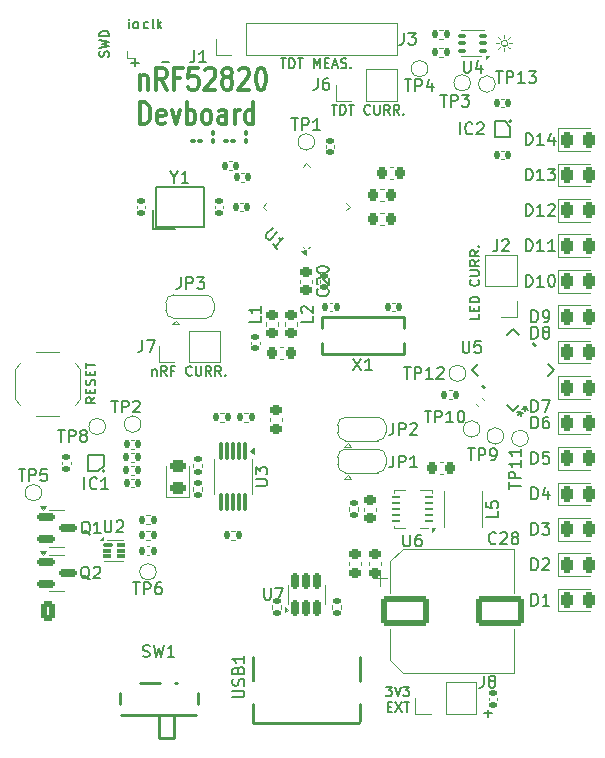
<source format=gbr>
%TF.GenerationSoftware,KiCad,Pcbnew,8.0.2*%
%TF.CreationDate,2024-05-26T21:52:28+02:00*%
%TF.ProjectId,Plant_Thing,506c616e-745f-4546-9869-6e672e6b6963,rev?*%
%TF.SameCoordinates,Original*%
%TF.FileFunction,Legend,Top*%
%TF.FilePolarity,Positive*%
%FSLAX46Y46*%
G04 Gerber Fmt 4.6, Leading zero omitted, Abs format (unit mm)*
G04 Created by KiCad (PCBNEW 8.0.2) date 2024-05-26 21:52:28*
%MOMM*%
%LPD*%
G01*
G04 APERTURE LIST*
G04 Aperture macros list*
%AMRoundRect*
0 Rectangle with rounded corners*
0 $1 Rounding radius*
0 $2 $3 $4 $5 $6 $7 $8 $9 X,Y pos of 4 corners*
0 Add a 4 corners polygon primitive as box body*
4,1,4,$2,$3,$4,$5,$6,$7,$8,$9,$2,$3,0*
0 Add four circle primitives for the rounded corners*
1,1,$1+$1,$2,$3*
1,1,$1+$1,$4,$5*
1,1,$1+$1,$6,$7*
1,1,$1+$1,$8,$9*
0 Add four rect primitives between the rounded corners*
20,1,$1+$1,$2,$3,$4,$5,0*
20,1,$1+$1,$4,$5,$6,$7,0*
20,1,$1+$1,$6,$7,$8,$9,0*
20,1,$1+$1,$8,$9,$2,$3,0*%
%AMRotRect*
0 Rectangle, with rotation*
0 The origin of the aperture is its center*
0 $1 length*
0 $2 width*
0 $3 Rotation angle, in degrees counterclockwise*
0 Add horizontal line*
21,1,$1,$2,0,0,$3*%
%AMFreePoly0*
4,1,19,0.550000,-0.750000,0.000000,-0.750000,0.000000,-0.744911,-0.071157,-0.744911,-0.207708,-0.704816,-0.327430,-0.627875,-0.420627,-0.520320,-0.479746,-0.390866,-0.500000,-0.250000,-0.500000,0.250000,-0.479746,0.390866,-0.420627,0.520320,-0.327430,0.627875,-0.207708,0.704816,-0.071157,0.744911,0.000000,0.744911,0.000000,0.750000,0.550000,0.750000,0.550000,-0.750000,0.550000,-0.750000,
$1*%
%AMFreePoly1*
4,1,19,0.000000,0.744911,0.071157,0.744911,0.207708,0.704816,0.327430,0.627875,0.420627,0.520320,0.479746,0.390866,0.500000,0.250000,0.500000,-0.250000,0.479746,-0.390866,0.420627,-0.520320,0.327430,-0.627875,0.207708,-0.704816,0.071157,-0.744911,0.000000,-0.744911,0.000000,-0.750000,-0.550000,-0.750000,-0.550000,0.750000,0.000000,0.750000,0.000000,0.744911,0.000000,0.744911,
$1*%
%AMFreePoly2*
4,1,21,-0.125000,1.200000,0.125000,1.200000,0.125000,1.700000,0.375000,1.700000,0.375000,1.200000,0.825000,1.200000,0.825000,-1.200000,0.375000,-1.200000,0.375000,-1.700000,0.125000,-1.700000,0.125000,-1.200000,-0.125000,-1.200000,-0.125000,-1.700000,-0.375000,-1.700000,-0.375000,-1.200000,-0.825000,-1.200000,-0.825000,1.200000,-0.375000,1.200000,-0.375000,1.700000,-0.125000,1.700000,
-0.125000,1.200000,-0.125000,1.200000,$1*%
G04 Aperture macros list end*
%ADD10C,0.152400*%
%ADD11C,0.300000*%
%ADD12C,0.162560*%
%ADD13C,0.150000*%
%ADD14C,0.120000*%
%ADD15C,0.000000*%
%ADD16C,0.250000*%
%ADD17C,0.200000*%
%ADD18C,2.700000*%
%ADD19RoundRect,0.140000X0.170000X-0.140000X0.170000X0.140000X-0.170000X0.140000X-0.170000X-0.140000X0*%
%ADD20C,1.000000*%
%ADD21RoundRect,0.100000X0.100000X-0.130000X0.100000X0.130000X-0.100000X0.130000X-0.100000X-0.130000X0*%
%ADD22RoundRect,0.150000X0.150000X-0.512500X0.150000X0.512500X-0.150000X0.512500X-0.150000X-0.512500X0*%
%ADD23RoundRect,0.140000X0.140000X0.170000X-0.140000X0.170000X-0.140000X-0.170000X0.140000X-0.170000X0*%
%ADD24RoundRect,0.225000X0.250000X-0.225000X0.250000X0.225000X-0.250000X0.225000X-0.250000X-0.225000X0*%
%ADD25FreePoly0,0.000000*%
%ADD26R,1.000000X1.500000*%
%ADD27FreePoly1,0.000000*%
%ADD28RoundRect,0.140000X-0.170000X0.140000X-0.170000X-0.140000X0.170000X-0.140000X0.170000X0.140000X0*%
%ADD29RoundRect,0.075000X-0.075000X0.650000X-0.075000X-0.650000X0.075000X-0.650000X0.075000X0.650000X0*%
%ADD30R,1.880000X1.570000*%
%ADD31RoundRect,0.243750X-0.243750X-0.456250X0.243750X-0.456250X0.243750X0.456250X-0.243750X0.456250X0*%
%ADD32RotRect,0.280000X0.850000X225.000000*%
%ADD33RotRect,0.280000X0.850000X135.000000*%
%ADD34C,0.500000*%
%ADD35RoundRect,0.135000X-0.135000X-0.185000X0.135000X-0.185000X0.135000X0.185000X-0.135000X0.185000X0*%
%ADD36RoundRect,0.218750X0.256250X-0.218750X0.256250X0.218750X-0.256250X0.218750X-0.256250X-0.218750X0*%
%ADD37R,1.700000X1.700000*%
%ADD38O,1.700000X1.700000*%
%ADD39RoundRect,0.135000X0.185000X-0.135000X0.185000X0.135000X-0.185000X0.135000X-0.185000X-0.135000X0*%
%ADD40R,3.000000X0.800000*%
%ADD41RoundRect,0.135000X0.135000X0.185000X-0.135000X0.185000X-0.135000X-0.185000X0.135000X-0.185000X0*%
%ADD42C,0.990600*%
%ADD43C,0.787400*%
%ADD44R,2.700000X0.800000*%
%ADD45RoundRect,0.243750X0.456250X-0.243750X0.456250X0.243750X-0.456250X0.243750X-0.456250X-0.243750X0*%
%ADD46RoundRect,0.150000X-0.587500X-0.150000X0.587500X-0.150000X0.587500X0.150000X-0.587500X0.150000X0*%
%ADD47C,0.250000*%
%ADD48RoundRect,0.225000X-0.225000X-0.250000X0.225000X-0.250000X0.225000X0.250000X-0.225000X0.250000X0*%
%ADD49RoundRect,0.250000X-1.750000X-1.000000X1.750000X-1.000000X1.750000X1.000000X-1.750000X1.000000X0*%
%ADD50RoundRect,0.140000X-0.140000X-0.170000X0.140000X-0.170000X0.140000X0.170000X-0.140000X0.170000X0*%
%ADD51RoundRect,0.062500X0.291682X-0.203293X-0.203293X0.291682X-0.291682X0.203293X0.203293X-0.291682X0*%
%ADD52RoundRect,0.062500X0.291682X0.203293X0.203293X0.291682X-0.291682X-0.203293X-0.203293X-0.291682X0*%
%ADD53RotRect,3.600000X3.600000X135.000000*%
%ADD54RoundRect,0.075000X0.250000X0.075000X-0.250000X0.075000X-0.250000X-0.075000X0.250000X-0.075000X0*%
%ADD55RoundRect,0.135000X-0.185000X0.135000X-0.185000X-0.135000X0.185000X-0.135000X0.185000X0.135000X0*%
%ADD56C,0.850000*%
%ADD57R,0.900000X2.000000*%
%ADD58R,1.100000X0.930000*%
%ADD59RoundRect,0.100000X-0.130000X-0.100000X0.130000X-0.100000X0.130000X0.100000X-0.130000X0.100000X0*%
%ADD60RoundRect,0.070000X-0.355000X0.070000X-0.355000X-0.070000X0.355000X-0.070000X0.355000X0.070000X0*%
%ADD61RoundRect,0.070000X-0.305000X0.070000X-0.305000X-0.070000X0.305000X-0.070000X0.305000X0.070000X0*%
%ADD62RoundRect,0.225000X-0.250000X0.225000X-0.250000X-0.225000X0.250000X-0.225000X0.250000X0.225000X0*%
%ADD63RoundRect,0.218750X-0.218750X-0.256250X0.218750X-0.256250X0.218750X0.256250X-0.218750X0.256250X0*%
%ADD64RoundRect,0.060000X0.240000X0.060000X-0.240000X0.060000X-0.240000X-0.060000X0.240000X-0.060000X0*%
%ADD65FreePoly2,180.000000*%
%ADD66RoundRect,0.140000X0.219203X0.021213X0.021213X0.219203X-0.219203X-0.021213X-0.021213X-0.219203X0*%
%ADD67C,0.700000*%
%ADD68R,0.550000X1.100000*%
%ADD69R,0.300000X1.100000*%
%ADD70O,1.100000X2.000000*%
%ADD71O,1.200000X1.800000*%
%ADD72RoundRect,0.225000X0.225000X0.250000X-0.225000X0.250000X-0.225000X-0.250000X0.225000X-0.250000X0*%
%ADD73R,0.750000X1.000000*%
%ADD74R,1.400000X1.200000*%
%ADD75RoundRect,0.250000X-0.350000X-0.625000X0.350000X-0.625000X0.350000X0.625000X-0.350000X0.625000X0*%
%ADD76O,1.200000X1.750000*%
G04 APERTURE END LIST*
D10*
X140193786Y-63982965D02*
X140813063Y-63982965D01*
X140503424Y-64292603D02*
X140503424Y-63673327D01*
G36*
X171830076Y-62718692D02*
G01*
X171830076Y-63056187D01*
X171824263Y-63062000D01*
X171749036Y-63062000D01*
X171743565Y-63056187D01*
X171743565Y-62718692D01*
X171749036Y-62712879D01*
X171824263Y-62712879D01*
X171830076Y-62718692D01*
G37*
G36*
X171527117Y-62643807D02*
G01*
X171527117Y-62646542D01*
X171289469Y-62890688D01*
X171230997Y-62831190D01*
X171230997Y-62827429D01*
X171467278Y-62586019D01*
X171470355Y-62586019D01*
X171527117Y-62643807D01*
G37*
G36*
X172147126Y-62623934D02*
G01*
X172200727Y-62677411D01*
X172252463Y-62730037D01*
X172302333Y-62781812D01*
X172329993Y-62811016D01*
X172329993Y-62813751D01*
X172271521Y-62874616D01*
X172032847Y-62631155D01*
X172032847Y-62627394D01*
X172088583Y-62569606D01*
X172091660Y-62569606D01*
X172147126Y-62623934D01*
G37*
G36*
X171863029Y-62036644D02*
G01*
X171928037Y-62059581D01*
X171984749Y-62097809D01*
X172033167Y-62151328D01*
X172073290Y-62220138D01*
X172084822Y-62246473D01*
X172097473Y-62338796D01*
X172088441Y-62414276D01*
X172061345Y-62481542D01*
X172016185Y-62540593D01*
X171963099Y-62584672D01*
X171908722Y-62616794D01*
X171841799Y-62634670D01*
X171793489Y-62639704D01*
X171721024Y-62631981D01*
X171655923Y-62608811D01*
X171598185Y-62570196D01*
X171547810Y-62516135D01*
X171522330Y-62478308D01*
X171496805Y-62414670D01*
X171487081Y-62344564D01*
X171486808Y-62330248D01*
X171583879Y-62330248D01*
X171593229Y-62398823D01*
X171607815Y-62433172D01*
X171654451Y-62490874D01*
X171717707Y-62529663D01*
X171786082Y-62542486D01*
X171793489Y-62542593D01*
X171862748Y-62529113D01*
X171871451Y-62526180D01*
X171933767Y-62485205D01*
X171979087Y-62428384D01*
X171999229Y-62359675D01*
X172000362Y-62336745D01*
X171991472Y-62274512D01*
X171956209Y-62209586D01*
X171904584Y-62158718D01*
X171840300Y-62131327D01*
X171790411Y-62126110D01*
X171722404Y-62138525D01*
X171708688Y-62143549D01*
X171648356Y-62185966D01*
X171604478Y-62242359D01*
X171584976Y-62308503D01*
X171583879Y-62330248D01*
X171486808Y-62330248D01*
X171486769Y-62328196D01*
X171495457Y-62255985D01*
X171521522Y-62190743D01*
X171564964Y-62132472D01*
X171625783Y-62081171D01*
X171668339Y-62054986D01*
X171736147Y-62034709D01*
X171789727Y-62028999D01*
X171863029Y-62036644D01*
G37*
G36*
X171400942Y-62299473D02*
G01*
X171400942Y-62376410D01*
X171395129Y-62382223D01*
X171069260Y-62382223D01*
X171063447Y-62376410D01*
X171063447Y-62299473D01*
X171069260Y-62293660D01*
X171395129Y-62293660D01*
X171400942Y-62299473D01*
G37*
G36*
X172502330Y-62299473D02*
G01*
X172502330Y-62376410D01*
X172495491Y-62382223D01*
X172162784Y-62382223D01*
X172156971Y-62376410D01*
X172156971Y-62299473D01*
X172162784Y-62293660D01*
X172495491Y-62293660D01*
X172502330Y-62299473D01*
G37*
G36*
X171548318Y-62041651D02*
G01*
X171488478Y-62103200D01*
X171485743Y-62103200D01*
X171429231Y-62046750D01*
X171380015Y-61997078D01*
X171330587Y-61946420D01*
X171281028Y-61894061D01*
X171250146Y-61859055D01*
X171250146Y-61854951D01*
X171304856Y-61797505D01*
X171548318Y-62041651D01*
G37*
G36*
X172345380Y-61838538D02*
G01*
X172345380Y-61841616D01*
X172107048Y-62086787D01*
X172048234Y-62026263D01*
X172290669Y-61779041D01*
X172345380Y-61838538D01*
G37*
G36*
X171830076Y-61628929D02*
G01*
X171830076Y-61966766D01*
X171824263Y-61972237D01*
X171749036Y-61972237D01*
X171743565Y-61966766D01*
X171743565Y-61628929D01*
X171749036Y-61623116D01*
X171824263Y-61623116D01*
X171830076Y-61628929D01*
G37*
X152831029Y-63629803D02*
X153295486Y-63629803D01*
X153063258Y-64442603D02*
X153063258Y-63629803D01*
X153566419Y-64442603D02*
X153566419Y-63629803D01*
X153566419Y-63629803D02*
X153759943Y-63629803D01*
X153759943Y-63629803D02*
X153876057Y-63668508D01*
X153876057Y-63668508D02*
X153953467Y-63745918D01*
X153953467Y-63745918D02*
X153992172Y-63823327D01*
X153992172Y-63823327D02*
X154030876Y-63978146D01*
X154030876Y-63978146D02*
X154030876Y-64094260D01*
X154030876Y-64094260D02*
X153992172Y-64249079D01*
X153992172Y-64249079D02*
X153953467Y-64326489D01*
X153953467Y-64326489D02*
X153876057Y-64403899D01*
X153876057Y-64403899D02*
X153759943Y-64442603D01*
X153759943Y-64442603D02*
X153566419Y-64442603D01*
X154263105Y-63629803D02*
X154727562Y-63629803D01*
X154495334Y-64442603D02*
X154495334Y-63629803D01*
X155617771Y-64442603D02*
X155617771Y-63629803D01*
X155617771Y-63629803D02*
X155888705Y-64210375D01*
X155888705Y-64210375D02*
X156159638Y-63629803D01*
X156159638Y-63629803D02*
X156159638Y-64442603D01*
X156546685Y-64016851D02*
X156817619Y-64016851D01*
X156933733Y-64442603D02*
X156546685Y-64442603D01*
X156546685Y-64442603D02*
X156546685Y-63629803D01*
X156546685Y-63629803D02*
X156933733Y-63629803D01*
X157243371Y-64210375D02*
X157630418Y-64210375D01*
X157165961Y-64442603D02*
X157436894Y-63629803D01*
X157436894Y-63629803D02*
X157707828Y-64442603D01*
X157940057Y-64403899D02*
X158056171Y-64442603D01*
X158056171Y-64442603D02*
X158249695Y-64442603D01*
X158249695Y-64442603D02*
X158327104Y-64403899D01*
X158327104Y-64403899D02*
X158365809Y-64365194D01*
X158365809Y-64365194D02*
X158404514Y-64287784D01*
X158404514Y-64287784D02*
X158404514Y-64210375D01*
X158404514Y-64210375D02*
X158365809Y-64132965D01*
X158365809Y-64132965D02*
X158327104Y-64094260D01*
X158327104Y-64094260D02*
X158249695Y-64055556D01*
X158249695Y-64055556D02*
X158094876Y-64016851D01*
X158094876Y-64016851D02*
X158017466Y-63978146D01*
X158017466Y-63978146D02*
X157978761Y-63939441D01*
X157978761Y-63939441D02*
X157940057Y-63862032D01*
X157940057Y-63862032D02*
X157940057Y-63784622D01*
X157940057Y-63784622D02*
X157978761Y-63707213D01*
X157978761Y-63707213D02*
X158017466Y-63668508D01*
X158017466Y-63668508D02*
X158094876Y-63629803D01*
X158094876Y-63629803D02*
X158288399Y-63629803D01*
X158288399Y-63629803D02*
X158404514Y-63668508D01*
X158752856Y-64365194D02*
X158791561Y-64403899D01*
X158791561Y-64403899D02*
X158752856Y-64442603D01*
X158752856Y-64442603D02*
X158714152Y-64403899D01*
X158714152Y-64403899D02*
X158752856Y-64365194D01*
X158752856Y-64365194D02*
X158752856Y-64442603D01*
X161743676Y-116821241D02*
X162246838Y-116821241D01*
X162246838Y-116821241D02*
X161975904Y-117130879D01*
X161975904Y-117130879D02*
X162092019Y-117130879D01*
X162092019Y-117130879D02*
X162169428Y-117169584D01*
X162169428Y-117169584D02*
X162208133Y-117208289D01*
X162208133Y-117208289D02*
X162246838Y-117285698D01*
X162246838Y-117285698D02*
X162246838Y-117479222D01*
X162246838Y-117479222D02*
X162208133Y-117556632D01*
X162208133Y-117556632D02*
X162169428Y-117595337D01*
X162169428Y-117595337D02*
X162092019Y-117634041D01*
X162092019Y-117634041D02*
X161859790Y-117634041D01*
X161859790Y-117634041D02*
X161782381Y-117595337D01*
X161782381Y-117595337D02*
X161743676Y-117556632D01*
X162479066Y-116821241D02*
X162749999Y-117634041D01*
X162749999Y-117634041D02*
X163020933Y-116821241D01*
X163214457Y-116821241D02*
X163717619Y-116821241D01*
X163717619Y-116821241D02*
X163446685Y-117130879D01*
X163446685Y-117130879D02*
X163562800Y-117130879D01*
X163562800Y-117130879D02*
X163640209Y-117169584D01*
X163640209Y-117169584D02*
X163678914Y-117208289D01*
X163678914Y-117208289D02*
X163717619Y-117285698D01*
X163717619Y-117285698D02*
X163717619Y-117479222D01*
X163717619Y-117479222D02*
X163678914Y-117556632D01*
X163678914Y-117556632D02*
X163640209Y-117595337D01*
X163640209Y-117595337D02*
X163562800Y-117634041D01*
X163562800Y-117634041D02*
X163330571Y-117634041D01*
X163330571Y-117634041D02*
X163253162Y-117595337D01*
X163253162Y-117595337D02*
X163214457Y-117556632D01*
X161879143Y-118516851D02*
X162150077Y-118516851D01*
X162266191Y-118942603D02*
X161879143Y-118942603D01*
X161879143Y-118942603D02*
X161879143Y-118129803D01*
X161879143Y-118129803D02*
X162266191Y-118129803D01*
X162537124Y-118129803D02*
X163078990Y-118942603D01*
X163078990Y-118129803D02*
X162537124Y-118942603D01*
X163272514Y-118129803D02*
X163736971Y-118129803D01*
X163504743Y-118942603D02*
X163504743Y-118129803D01*
X139993786Y-61092603D02*
X139993786Y-60550737D01*
X139993786Y-60279803D02*
X139955082Y-60318508D01*
X139955082Y-60318508D02*
X139993786Y-60357213D01*
X139993786Y-60357213D02*
X140032491Y-60318508D01*
X140032491Y-60318508D02*
X139993786Y-60279803D01*
X139993786Y-60279803D02*
X139993786Y-60357213D01*
X140496949Y-61092603D02*
X140419539Y-61053899D01*
X140419539Y-61053899D02*
X140380834Y-61015194D01*
X140380834Y-61015194D02*
X140342130Y-60937784D01*
X140342130Y-60937784D02*
X140342130Y-60705556D01*
X140342130Y-60705556D02*
X140380834Y-60628146D01*
X140380834Y-60628146D02*
X140419539Y-60589441D01*
X140419539Y-60589441D02*
X140496949Y-60550737D01*
X140496949Y-60550737D02*
X140613063Y-60550737D01*
X140613063Y-60550737D02*
X140690472Y-60589441D01*
X140690472Y-60589441D02*
X140729177Y-60628146D01*
X140729177Y-60628146D02*
X140767882Y-60705556D01*
X140767882Y-60705556D02*
X140767882Y-60937784D01*
X140767882Y-60937784D02*
X140729177Y-61015194D01*
X140729177Y-61015194D02*
X140690472Y-61053899D01*
X140690472Y-61053899D02*
X140613063Y-61092603D01*
X140613063Y-61092603D02*
X140496949Y-61092603D01*
X169642603Y-85270628D02*
X169642603Y-85657676D01*
X169642603Y-85657676D02*
X168829803Y-85657676D01*
X169216851Y-84999695D02*
X169216851Y-84728761D01*
X169642603Y-84612647D02*
X169642603Y-84999695D01*
X169642603Y-84999695D02*
X168829803Y-84999695D01*
X168829803Y-84999695D02*
X168829803Y-84612647D01*
X169642603Y-84264305D02*
X168829803Y-84264305D01*
X168829803Y-84264305D02*
X168829803Y-84070781D01*
X168829803Y-84070781D02*
X168868508Y-83954667D01*
X168868508Y-83954667D02*
X168945918Y-83877257D01*
X168945918Y-83877257D02*
X169023327Y-83838552D01*
X169023327Y-83838552D02*
X169178146Y-83799848D01*
X169178146Y-83799848D02*
X169294260Y-83799848D01*
X169294260Y-83799848D02*
X169449079Y-83838552D01*
X169449079Y-83838552D02*
X169526489Y-83877257D01*
X169526489Y-83877257D02*
X169603899Y-83954667D01*
X169603899Y-83954667D02*
X169642603Y-84070781D01*
X169642603Y-84070781D02*
X169642603Y-84264305D01*
X169565194Y-82367772D02*
X169603899Y-82406476D01*
X169603899Y-82406476D02*
X169642603Y-82522591D01*
X169642603Y-82522591D02*
X169642603Y-82600000D01*
X169642603Y-82600000D02*
X169603899Y-82716114D01*
X169603899Y-82716114D02*
X169526489Y-82793524D01*
X169526489Y-82793524D02*
X169449079Y-82832229D01*
X169449079Y-82832229D02*
X169294260Y-82870933D01*
X169294260Y-82870933D02*
X169178146Y-82870933D01*
X169178146Y-82870933D02*
X169023327Y-82832229D01*
X169023327Y-82832229D02*
X168945918Y-82793524D01*
X168945918Y-82793524D02*
X168868508Y-82716114D01*
X168868508Y-82716114D02*
X168829803Y-82600000D01*
X168829803Y-82600000D02*
X168829803Y-82522591D01*
X168829803Y-82522591D02*
X168868508Y-82406476D01*
X168868508Y-82406476D02*
X168907213Y-82367772D01*
X168829803Y-82019429D02*
X169487784Y-82019429D01*
X169487784Y-82019429D02*
X169565194Y-81980724D01*
X169565194Y-81980724D02*
X169603899Y-81942019D01*
X169603899Y-81942019D02*
X169642603Y-81864610D01*
X169642603Y-81864610D02*
X169642603Y-81709791D01*
X169642603Y-81709791D02*
X169603899Y-81632381D01*
X169603899Y-81632381D02*
X169565194Y-81593676D01*
X169565194Y-81593676D02*
X169487784Y-81554972D01*
X169487784Y-81554972D02*
X168829803Y-81554972D01*
X169642603Y-80703467D02*
X169255556Y-80974400D01*
X169642603Y-81167924D02*
X168829803Y-81167924D01*
X168829803Y-81167924D02*
X168829803Y-80858286D01*
X168829803Y-80858286D02*
X168868508Y-80780876D01*
X168868508Y-80780876D02*
X168907213Y-80742171D01*
X168907213Y-80742171D02*
X168984622Y-80703467D01*
X168984622Y-80703467D02*
X169100737Y-80703467D01*
X169100737Y-80703467D02*
X169178146Y-80742171D01*
X169178146Y-80742171D02*
X169216851Y-80780876D01*
X169216851Y-80780876D02*
X169255556Y-80858286D01*
X169255556Y-80858286D02*
X169255556Y-81167924D01*
X169642603Y-79890667D02*
X169255556Y-80161600D01*
X169642603Y-80355124D02*
X168829803Y-80355124D01*
X168829803Y-80355124D02*
X168829803Y-80045486D01*
X168829803Y-80045486D02*
X168868508Y-79968076D01*
X168868508Y-79968076D02*
X168907213Y-79929371D01*
X168907213Y-79929371D02*
X168984622Y-79890667D01*
X168984622Y-79890667D02*
X169100737Y-79890667D01*
X169100737Y-79890667D02*
X169178146Y-79929371D01*
X169178146Y-79929371D02*
X169216851Y-79968076D01*
X169216851Y-79968076D02*
X169255556Y-80045486D01*
X169255556Y-80045486D02*
X169255556Y-80355124D01*
X169565194Y-79542324D02*
X169603899Y-79503619D01*
X169603899Y-79503619D02*
X169642603Y-79542324D01*
X169642603Y-79542324D02*
X169603899Y-79581028D01*
X169603899Y-79581028D02*
X169565194Y-79542324D01*
X169565194Y-79542324D02*
X169642603Y-79542324D01*
X141972971Y-89950737D02*
X141972971Y-90492603D01*
X141972971Y-90028146D02*
X142011676Y-89989441D01*
X142011676Y-89989441D02*
X142089086Y-89950737D01*
X142089086Y-89950737D02*
X142205200Y-89950737D01*
X142205200Y-89950737D02*
X142282609Y-89989441D01*
X142282609Y-89989441D02*
X142321314Y-90066851D01*
X142321314Y-90066851D02*
X142321314Y-90492603D01*
X143172818Y-90492603D02*
X142901885Y-90105556D01*
X142708361Y-90492603D02*
X142708361Y-89679803D01*
X142708361Y-89679803D02*
X143017999Y-89679803D01*
X143017999Y-89679803D02*
X143095409Y-89718508D01*
X143095409Y-89718508D02*
X143134114Y-89757213D01*
X143134114Y-89757213D02*
X143172818Y-89834622D01*
X143172818Y-89834622D02*
X143172818Y-89950737D01*
X143172818Y-89950737D02*
X143134114Y-90028146D01*
X143134114Y-90028146D02*
X143095409Y-90066851D01*
X143095409Y-90066851D02*
X143017999Y-90105556D01*
X143017999Y-90105556D02*
X142708361Y-90105556D01*
X143792095Y-90066851D02*
X143521161Y-90066851D01*
X143521161Y-90492603D02*
X143521161Y-89679803D01*
X143521161Y-89679803D02*
X143908209Y-89679803D01*
X145301580Y-90415194D02*
X145262876Y-90453899D01*
X145262876Y-90453899D02*
X145146761Y-90492603D01*
X145146761Y-90492603D02*
X145069352Y-90492603D01*
X145069352Y-90492603D02*
X144953238Y-90453899D01*
X144953238Y-90453899D02*
X144875828Y-90376489D01*
X144875828Y-90376489D02*
X144837123Y-90299079D01*
X144837123Y-90299079D02*
X144798419Y-90144260D01*
X144798419Y-90144260D02*
X144798419Y-90028146D01*
X144798419Y-90028146D02*
X144837123Y-89873327D01*
X144837123Y-89873327D02*
X144875828Y-89795918D01*
X144875828Y-89795918D02*
X144953238Y-89718508D01*
X144953238Y-89718508D02*
X145069352Y-89679803D01*
X145069352Y-89679803D02*
X145146761Y-89679803D01*
X145146761Y-89679803D02*
X145262876Y-89718508D01*
X145262876Y-89718508D02*
X145301580Y-89757213D01*
X145649923Y-89679803D02*
X145649923Y-90337784D01*
X145649923Y-90337784D02*
X145688628Y-90415194D01*
X145688628Y-90415194D02*
X145727333Y-90453899D01*
X145727333Y-90453899D02*
X145804742Y-90492603D01*
X145804742Y-90492603D02*
X145959561Y-90492603D01*
X145959561Y-90492603D02*
X146036971Y-90453899D01*
X146036971Y-90453899D02*
X146075676Y-90415194D01*
X146075676Y-90415194D02*
X146114380Y-90337784D01*
X146114380Y-90337784D02*
X146114380Y-89679803D01*
X146965885Y-90492603D02*
X146694952Y-90105556D01*
X146501428Y-90492603D02*
X146501428Y-89679803D01*
X146501428Y-89679803D02*
X146811066Y-89679803D01*
X146811066Y-89679803D02*
X146888476Y-89718508D01*
X146888476Y-89718508D02*
X146927181Y-89757213D01*
X146927181Y-89757213D02*
X146965885Y-89834622D01*
X146965885Y-89834622D02*
X146965885Y-89950737D01*
X146965885Y-89950737D02*
X146927181Y-90028146D01*
X146927181Y-90028146D02*
X146888476Y-90066851D01*
X146888476Y-90066851D02*
X146811066Y-90105556D01*
X146811066Y-90105556D02*
X146501428Y-90105556D01*
X147778685Y-90492603D02*
X147507752Y-90105556D01*
X147314228Y-90492603D02*
X147314228Y-89679803D01*
X147314228Y-89679803D02*
X147623866Y-89679803D01*
X147623866Y-89679803D02*
X147701276Y-89718508D01*
X147701276Y-89718508D02*
X147739981Y-89757213D01*
X147739981Y-89757213D02*
X147778685Y-89834622D01*
X147778685Y-89834622D02*
X147778685Y-89950737D01*
X147778685Y-89950737D02*
X147739981Y-90028146D01*
X147739981Y-90028146D02*
X147701276Y-90066851D01*
X147701276Y-90066851D02*
X147623866Y-90105556D01*
X147623866Y-90105556D02*
X147314228Y-90105556D01*
X148127028Y-90415194D02*
X148165733Y-90453899D01*
X148165733Y-90453899D02*
X148127028Y-90492603D01*
X148127028Y-90492603D02*
X148088324Y-90453899D01*
X148088324Y-90453899D02*
X148127028Y-90415194D01*
X148127028Y-90415194D02*
X148127028Y-90492603D01*
X170090361Y-119082965D02*
X170709638Y-119082965D01*
X170399999Y-119392603D02*
X170399999Y-118773327D01*
D11*
X140954510Y-65066215D02*
X140954510Y-66266215D01*
X140954510Y-65237643D02*
X141025939Y-65151929D01*
X141025939Y-65151929D02*
X141168796Y-65066215D01*
X141168796Y-65066215D02*
X141383082Y-65066215D01*
X141383082Y-65066215D02*
X141525939Y-65151929D01*
X141525939Y-65151929D02*
X141597368Y-65323358D01*
X141597368Y-65323358D02*
X141597368Y-66266215D01*
X143168796Y-66266215D02*
X142668796Y-65409072D01*
X142311653Y-66266215D02*
X142311653Y-64466215D01*
X142311653Y-64466215D02*
X142883082Y-64466215D01*
X142883082Y-64466215D02*
X143025939Y-64551929D01*
X143025939Y-64551929D02*
X143097368Y-64637643D01*
X143097368Y-64637643D02*
X143168796Y-64809072D01*
X143168796Y-64809072D02*
X143168796Y-65066215D01*
X143168796Y-65066215D02*
X143097368Y-65237643D01*
X143097368Y-65237643D02*
X143025939Y-65323358D01*
X143025939Y-65323358D02*
X142883082Y-65409072D01*
X142883082Y-65409072D02*
X142311653Y-65409072D01*
X144311653Y-65323358D02*
X143811653Y-65323358D01*
X143811653Y-66266215D02*
X143811653Y-64466215D01*
X143811653Y-64466215D02*
X144525939Y-64466215D01*
X145811653Y-64466215D02*
X145097367Y-64466215D01*
X145097367Y-64466215D02*
X145025939Y-65323358D01*
X145025939Y-65323358D02*
X145097367Y-65237643D01*
X145097367Y-65237643D02*
X145240225Y-65151929D01*
X145240225Y-65151929D02*
X145597367Y-65151929D01*
X145597367Y-65151929D02*
X145740225Y-65237643D01*
X145740225Y-65237643D02*
X145811653Y-65323358D01*
X145811653Y-65323358D02*
X145883082Y-65494786D01*
X145883082Y-65494786D02*
X145883082Y-65923358D01*
X145883082Y-65923358D02*
X145811653Y-66094786D01*
X145811653Y-66094786D02*
X145740225Y-66180501D01*
X145740225Y-66180501D02*
X145597367Y-66266215D01*
X145597367Y-66266215D02*
X145240225Y-66266215D01*
X145240225Y-66266215D02*
X145097367Y-66180501D01*
X145097367Y-66180501D02*
X145025939Y-66094786D01*
X146454510Y-64637643D02*
X146525938Y-64551929D01*
X146525938Y-64551929D02*
X146668796Y-64466215D01*
X146668796Y-64466215D02*
X147025938Y-64466215D01*
X147025938Y-64466215D02*
X147168796Y-64551929D01*
X147168796Y-64551929D02*
X147240224Y-64637643D01*
X147240224Y-64637643D02*
X147311653Y-64809072D01*
X147311653Y-64809072D02*
X147311653Y-64980501D01*
X147311653Y-64980501D02*
X147240224Y-65237643D01*
X147240224Y-65237643D02*
X146383081Y-66266215D01*
X146383081Y-66266215D02*
X147311653Y-66266215D01*
X148168795Y-65237643D02*
X148025938Y-65151929D01*
X148025938Y-65151929D02*
X147954509Y-65066215D01*
X147954509Y-65066215D02*
X147883081Y-64894786D01*
X147883081Y-64894786D02*
X147883081Y-64809072D01*
X147883081Y-64809072D02*
X147954509Y-64637643D01*
X147954509Y-64637643D02*
X148025938Y-64551929D01*
X148025938Y-64551929D02*
X148168795Y-64466215D01*
X148168795Y-64466215D02*
X148454509Y-64466215D01*
X148454509Y-64466215D02*
X148597367Y-64551929D01*
X148597367Y-64551929D02*
X148668795Y-64637643D01*
X148668795Y-64637643D02*
X148740224Y-64809072D01*
X148740224Y-64809072D02*
X148740224Y-64894786D01*
X148740224Y-64894786D02*
X148668795Y-65066215D01*
X148668795Y-65066215D02*
X148597367Y-65151929D01*
X148597367Y-65151929D02*
X148454509Y-65237643D01*
X148454509Y-65237643D02*
X148168795Y-65237643D01*
X148168795Y-65237643D02*
X148025938Y-65323358D01*
X148025938Y-65323358D02*
X147954509Y-65409072D01*
X147954509Y-65409072D02*
X147883081Y-65580501D01*
X147883081Y-65580501D02*
X147883081Y-65923358D01*
X147883081Y-65923358D02*
X147954509Y-66094786D01*
X147954509Y-66094786D02*
X148025938Y-66180501D01*
X148025938Y-66180501D02*
X148168795Y-66266215D01*
X148168795Y-66266215D02*
X148454509Y-66266215D01*
X148454509Y-66266215D02*
X148597367Y-66180501D01*
X148597367Y-66180501D02*
X148668795Y-66094786D01*
X148668795Y-66094786D02*
X148740224Y-65923358D01*
X148740224Y-65923358D02*
X148740224Y-65580501D01*
X148740224Y-65580501D02*
X148668795Y-65409072D01*
X148668795Y-65409072D02*
X148597367Y-65323358D01*
X148597367Y-65323358D02*
X148454509Y-65237643D01*
X149311652Y-64637643D02*
X149383080Y-64551929D01*
X149383080Y-64551929D02*
X149525938Y-64466215D01*
X149525938Y-64466215D02*
X149883080Y-64466215D01*
X149883080Y-64466215D02*
X150025938Y-64551929D01*
X150025938Y-64551929D02*
X150097366Y-64637643D01*
X150097366Y-64637643D02*
X150168795Y-64809072D01*
X150168795Y-64809072D02*
X150168795Y-64980501D01*
X150168795Y-64980501D02*
X150097366Y-65237643D01*
X150097366Y-65237643D02*
X149240223Y-66266215D01*
X149240223Y-66266215D02*
X150168795Y-66266215D01*
X151097366Y-64466215D02*
X151240223Y-64466215D01*
X151240223Y-64466215D02*
X151383080Y-64551929D01*
X151383080Y-64551929D02*
X151454509Y-64637643D01*
X151454509Y-64637643D02*
X151525937Y-64809072D01*
X151525937Y-64809072D02*
X151597366Y-65151929D01*
X151597366Y-65151929D02*
X151597366Y-65580501D01*
X151597366Y-65580501D02*
X151525937Y-65923358D01*
X151525937Y-65923358D02*
X151454509Y-66094786D01*
X151454509Y-66094786D02*
X151383080Y-66180501D01*
X151383080Y-66180501D02*
X151240223Y-66266215D01*
X151240223Y-66266215D02*
X151097366Y-66266215D01*
X151097366Y-66266215D02*
X150954509Y-66180501D01*
X150954509Y-66180501D02*
X150883080Y-66094786D01*
X150883080Y-66094786D02*
X150811651Y-65923358D01*
X150811651Y-65923358D02*
X150740223Y-65580501D01*
X150740223Y-65580501D02*
X150740223Y-65151929D01*
X150740223Y-65151929D02*
X150811651Y-64809072D01*
X150811651Y-64809072D02*
X150883080Y-64637643D01*
X150883080Y-64637643D02*
X150954509Y-64551929D01*
X150954509Y-64551929D02*
X151097366Y-64466215D01*
X140954510Y-69164114D02*
X140954510Y-67364114D01*
X140954510Y-67364114D02*
X141311653Y-67364114D01*
X141311653Y-67364114D02*
X141525939Y-67449828D01*
X141525939Y-67449828D02*
X141668796Y-67621257D01*
X141668796Y-67621257D02*
X141740225Y-67792685D01*
X141740225Y-67792685D02*
X141811653Y-68135542D01*
X141811653Y-68135542D02*
X141811653Y-68392685D01*
X141811653Y-68392685D02*
X141740225Y-68735542D01*
X141740225Y-68735542D02*
X141668796Y-68906971D01*
X141668796Y-68906971D02*
X141525939Y-69078400D01*
X141525939Y-69078400D02*
X141311653Y-69164114D01*
X141311653Y-69164114D02*
X140954510Y-69164114D01*
X143025939Y-69078400D02*
X142883082Y-69164114D01*
X142883082Y-69164114D02*
X142597368Y-69164114D01*
X142597368Y-69164114D02*
X142454510Y-69078400D01*
X142454510Y-69078400D02*
X142383082Y-68906971D01*
X142383082Y-68906971D02*
X142383082Y-68221257D01*
X142383082Y-68221257D02*
X142454510Y-68049828D01*
X142454510Y-68049828D02*
X142597368Y-67964114D01*
X142597368Y-67964114D02*
X142883082Y-67964114D01*
X142883082Y-67964114D02*
X143025939Y-68049828D01*
X143025939Y-68049828D02*
X143097368Y-68221257D01*
X143097368Y-68221257D02*
X143097368Y-68392685D01*
X143097368Y-68392685D02*
X142383082Y-68564114D01*
X143597367Y-67964114D02*
X143954510Y-69164114D01*
X143954510Y-69164114D02*
X144311653Y-67964114D01*
X144883081Y-69164114D02*
X144883081Y-67364114D01*
X144883081Y-68049828D02*
X145025939Y-67964114D01*
X145025939Y-67964114D02*
X145311653Y-67964114D01*
X145311653Y-67964114D02*
X145454510Y-68049828D01*
X145454510Y-68049828D02*
X145525939Y-68135542D01*
X145525939Y-68135542D02*
X145597367Y-68306971D01*
X145597367Y-68306971D02*
X145597367Y-68821257D01*
X145597367Y-68821257D02*
X145525939Y-68992685D01*
X145525939Y-68992685D02*
X145454510Y-69078400D01*
X145454510Y-69078400D02*
X145311653Y-69164114D01*
X145311653Y-69164114D02*
X145025939Y-69164114D01*
X145025939Y-69164114D02*
X144883081Y-69078400D01*
X146454510Y-69164114D02*
X146311653Y-69078400D01*
X146311653Y-69078400D02*
X146240224Y-68992685D01*
X146240224Y-68992685D02*
X146168796Y-68821257D01*
X146168796Y-68821257D02*
X146168796Y-68306971D01*
X146168796Y-68306971D02*
X146240224Y-68135542D01*
X146240224Y-68135542D02*
X146311653Y-68049828D01*
X146311653Y-68049828D02*
X146454510Y-67964114D01*
X146454510Y-67964114D02*
X146668796Y-67964114D01*
X146668796Y-67964114D02*
X146811653Y-68049828D01*
X146811653Y-68049828D02*
X146883082Y-68135542D01*
X146883082Y-68135542D02*
X146954510Y-68306971D01*
X146954510Y-68306971D02*
X146954510Y-68821257D01*
X146954510Y-68821257D02*
X146883082Y-68992685D01*
X146883082Y-68992685D02*
X146811653Y-69078400D01*
X146811653Y-69078400D02*
X146668796Y-69164114D01*
X146668796Y-69164114D02*
X146454510Y-69164114D01*
X148240225Y-69164114D02*
X148240225Y-68221257D01*
X148240225Y-68221257D02*
X148168796Y-68049828D01*
X148168796Y-68049828D02*
X148025939Y-67964114D01*
X148025939Y-67964114D02*
X147740225Y-67964114D01*
X147740225Y-67964114D02*
X147597367Y-68049828D01*
X148240225Y-69078400D02*
X148097367Y-69164114D01*
X148097367Y-69164114D02*
X147740225Y-69164114D01*
X147740225Y-69164114D02*
X147597367Y-69078400D01*
X147597367Y-69078400D02*
X147525939Y-68906971D01*
X147525939Y-68906971D02*
X147525939Y-68735542D01*
X147525939Y-68735542D02*
X147597367Y-68564114D01*
X147597367Y-68564114D02*
X147740225Y-68478400D01*
X147740225Y-68478400D02*
X148097367Y-68478400D01*
X148097367Y-68478400D02*
X148240225Y-68392685D01*
X148954510Y-69164114D02*
X148954510Y-67964114D01*
X148954510Y-68306971D02*
X149025939Y-68135542D01*
X149025939Y-68135542D02*
X149097368Y-68049828D01*
X149097368Y-68049828D02*
X149240225Y-67964114D01*
X149240225Y-67964114D02*
X149383082Y-67964114D01*
X150525939Y-69164114D02*
X150525939Y-67364114D01*
X150525939Y-69078400D02*
X150383081Y-69164114D01*
X150383081Y-69164114D02*
X150097367Y-69164114D01*
X150097367Y-69164114D02*
X149954510Y-69078400D01*
X149954510Y-69078400D02*
X149883081Y-68992685D01*
X149883081Y-68992685D02*
X149811653Y-68821257D01*
X149811653Y-68821257D02*
X149811653Y-68306971D01*
X149811653Y-68306971D02*
X149883081Y-68135542D01*
X149883081Y-68135542D02*
X149954510Y-68049828D01*
X149954510Y-68049828D02*
X150097367Y-67964114D01*
X150097367Y-67964114D02*
X150383081Y-67964114D01*
X150383081Y-67964114D02*
X150525939Y-68049828D01*
D12*
X142800470Y-63932436D02*
X143419747Y-63932436D01*
D10*
X138253899Y-63503084D02*
X138292603Y-63386970D01*
X138292603Y-63386970D02*
X138292603Y-63193446D01*
X138292603Y-63193446D02*
X138253899Y-63116037D01*
X138253899Y-63116037D02*
X138215194Y-63077332D01*
X138215194Y-63077332D02*
X138137784Y-63038627D01*
X138137784Y-63038627D02*
X138060375Y-63038627D01*
X138060375Y-63038627D02*
X137982965Y-63077332D01*
X137982965Y-63077332D02*
X137944260Y-63116037D01*
X137944260Y-63116037D02*
X137905556Y-63193446D01*
X137905556Y-63193446D02*
X137866851Y-63348265D01*
X137866851Y-63348265D02*
X137828146Y-63425675D01*
X137828146Y-63425675D02*
X137789441Y-63464380D01*
X137789441Y-63464380D02*
X137712032Y-63503084D01*
X137712032Y-63503084D02*
X137634622Y-63503084D01*
X137634622Y-63503084D02*
X137557213Y-63464380D01*
X137557213Y-63464380D02*
X137518508Y-63425675D01*
X137518508Y-63425675D02*
X137479803Y-63348265D01*
X137479803Y-63348265D02*
X137479803Y-63154742D01*
X137479803Y-63154742D02*
X137518508Y-63038627D01*
X137479803Y-62767694D02*
X138292603Y-62574170D01*
X138292603Y-62574170D02*
X137712032Y-62419351D01*
X137712032Y-62419351D02*
X138292603Y-62264532D01*
X138292603Y-62264532D02*
X137479803Y-62071009D01*
X138292603Y-61761371D02*
X137479803Y-61761371D01*
X137479803Y-61761371D02*
X137479803Y-61567847D01*
X137479803Y-61567847D02*
X137518508Y-61451733D01*
X137518508Y-61451733D02*
X137595918Y-61374323D01*
X137595918Y-61374323D02*
X137673327Y-61335618D01*
X137673327Y-61335618D02*
X137828146Y-61296914D01*
X137828146Y-61296914D02*
X137944260Y-61296914D01*
X137944260Y-61296914D02*
X138099079Y-61335618D01*
X138099079Y-61335618D02*
X138176489Y-61374323D01*
X138176489Y-61374323D02*
X138253899Y-61451733D01*
X138253899Y-61451733D02*
X138292603Y-61567847D01*
X138292603Y-61567847D02*
X138292603Y-61761371D01*
X137142603Y-92330494D02*
X136755556Y-92601427D01*
X137142603Y-92794951D02*
X136329803Y-92794951D01*
X136329803Y-92794951D02*
X136329803Y-92485313D01*
X136329803Y-92485313D02*
X136368508Y-92407903D01*
X136368508Y-92407903D02*
X136407213Y-92369198D01*
X136407213Y-92369198D02*
X136484622Y-92330494D01*
X136484622Y-92330494D02*
X136600737Y-92330494D01*
X136600737Y-92330494D02*
X136678146Y-92369198D01*
X136678146Y-92369198D02*
X136716851Y-92407903D01*
X136716851Y-92407903D02*
X136755556Y-92485313D01*
X136755556Y-92485313D02*
X136755556Y-92794951D01*
X136716851Y-91982151D02*
X136716851Y-91711217D01*
X137142603Y-91595103D02*
X137142603Y-91982151D01*
X137142603Y-91982151D02*
X136329803Y-91982151D01*
X136329803Y-91982151D02*
X136329803Y-91595103D01*
X137103899Y-91285465D02*
X137142603Y-91169351D01*
X137142603Y-91169351D02*
X137142603Y-90975827D01*
X137142603Y-90975827D02*
X137103899Y-90898418D01*
X137103899Y-90898418D02*
X137065194Y-90859713D01*
X137065194Y-90859713D02*
X136987784Y-90821008D01*
X136987784Y-90821008D02*
X136910375Y-90821008D01*
X136910375Y-90821008D02*
X136832965Y-90859713D01*
X136832965Y-90859713D02*
X136794260Y-90898418D01*
X136794260Y-90898418D02*
X136755556Y-90975827D01*
X136755556Y-90975827D02*
X136716851Y-91130646D01*
X136716851Y-91130646D02*
X136678146Y-91208056D01*
X136678146Y-91208056D02*
X136639441Y-91246761D01*
X136639441Y-91246761D02*
X136562032Y-91285465D01*
X136562032Y-91285465D02*
X136484622Y-91285465D01*
X136484622Y-91285465D02*
X136407213Y-91246761D01*
X136407213Y-91246761D02*
X136368508Y-91208056D01*
X136368508Y-91208056D02*
X136329803Y-91130646D01*
X136329803Y-91130646D02*
X136329803Y-90937123D01*
X136329803Y-90937123D02*
X136368508Y-90821008D01*
X136716851Y-90472666D02*
X136716851Y-90201732D01*
X137142603Y-90085618D02*
X137142603Y-90472666D01*
X137142603Y-90472666D02*
X136329803Y-90472666D01*
X136329803Y-90472666D02*
X136329803Y-90085618D01*
X136329803Y-89853390D02*
X136329803Y-89388933D01*
X137142603Y-89621161D02*
X136329803Y-89621161D01*
X157153619Y-67579803D02*
X157618076Y-67579803D01*
X157385848Y-68392603D02*
X157385848Y-67579803D01*
X157889009Y-68392603D02*
X157889009Y-67579803D01*
X157889009Y-67579803D02*
X158082533Y-67579803D01*
X158082533Y-67579803D02*
X158198647Y-67618508D01*
X158198647Y-67618508D02*
X158276057Y-67695918D01*
X158276057Y-67695918D02*
X158314762Y-67773327D01*
X158314762Y-67773327D02*
X158353466Y-67928146D01*
X158353466Y-67928146D02*
X158353466Y-68044260D01*
X158353466Y-68044260D02*
X158314762Y-68199079D01*
X158314762Y-68199079D02*
X158276057Y-68276489D01*
X158276057Y-68276489D02*
X158198647Y-68353899D01*
X158198647Y-68353899D02*
X158082533Y-68392603D01*
X158082533Y-68392603D02*
X157889009Y-68392603D01*
X158585695Y-67579803D02*
X159050152Y-67579803D01*
X158817924Y-68392603D02*
X158817924Y-67579803D01*
X160404818Y-68315194D02*
X160366114Y-68353899D01*
X160366114Y-68353899D02*
X160249999Y-68392603D01*
X160249999Y-68392603D02*
X160172590Y-68392603D01*
X160172590Y-68392603D02*
X160056476Y-68353899D01*
X160056476Y-68353899D02*
X159979066Y-68276489D01*
X159979066Y-68276489D02*
X159940361Y-68199079D01*
X159940361Y-68199079D02*
X159901657Y-68044260D01*
X159901657Y-68044260D02*
X159901657Y-67928146D01*
X159901657Y-67928146D02*
X159940361Y-67773327D01*
X159940361Y-67773327D02*
X159979066Y-67695918D01*
X159979066Y-67695918D02*
X160056476Y-67618508D01*
X160056476Y-67618508D02*
X160172590Y-67579803D01*
X160172590Y-67579803D02*
X160249999Y-67579803D01*
X160249999Y-67579803D02*
X160366114Y-67618508D01*
X160366114Y-67618508D02*
X160404818Y-67657213D01*
X160753161Y-67579803D02*
X160753161Y-68237784D01*
X160753161Y-68237784D02*
X160791866Y-68315194D01*
X160791866Y-68315194D02*
X160830571Y-68353899D01*
X160830571Y-68353899D02*
X160907980Y-68392603D01*
X160907980Y-68392603D02*
X161062799Y-68392603D01*
X161062799Y-68392603D02*
X161140209Y-68353899D01*
X161140209Y-68353899D02*
X161178914Y-68315194D01*
X161178914Y-68315194D02*
X161217618Y-68237784D01*
X161217618Y-68237784D02*
X161217618Y-67579803D01*
X162069123Y-68392603D02*
X161798190Y-68005556D01*
X161604666Y-68392603D02*
X161604666Y-67579803D01*
X161604666Y-67579803D02*
X161914304Y-67579803D01*
X161914304Y-67579803D02*
X161991714Y-67618508D01*
X161991714Y-67618508D02*
X162030419Y-67657213D01*
X162030419Y-67657213D02*
X162069123Y-67734622D01*
X162069123Y-67734622D02*
X162069123Y-67850737D01*
X162069123Y-67850737D02*
X162030419Y-67928146D01*
X162030419Y-67928146D02*
X161991714Y-67966851D01*
X161991714Y-67966851D02*
X161914304Y-68005556D01*
X161914304Y-68005556D02*
X161604666Y-68005556D01*
X162881923Y-68392603D02*
X162610990Y-68005556D01*
X162417466Y-68392603D02*
X162417466Y-67579803D01*
X162417466Y-67579803D02*
X162727104Y-67579803D01*
X162727104Y-67579803D02*
X162804514Y-67618508D01*
X162804514Y-67618508D02*
X162843219Y-67657213D01*
X162843219Y-67657213D02*
X162881923Y-67734622D01*
X162881923Y-67734622D02*
X162881923Y-67850737D01*
X162881923Y-67850737D02*
X162843219Y-67928146D01*
X162843219Y-67928146D02*
X162804514Y-67966851D01*
X162804514Y-67966851D02*
X162727104Y-68005556D01*
X162727104Y-68005556D02*
X162417466Y-68005556D01*
X163230266Y-68315194D02*
X163268971Y-68353899D01*
X163268971Y-68353899D02*
X163230266Y-68392603D01*
X163230266Y-68392603D02*
X163191562Y-68353899D01*
X163191562Y-68353899D02*
X163230266Y-68315194D01*
X163230266Y-68315194D02*
X163230266Y-68392603D01*
X141642129Y-61053899D02*
X141564720Y-61092603D01*
X141564720Y-61092603D02*
X141409901Y-61092603D01*
X141409901Y-61092603D02*
X141332491Y-61053899D01*
X141332491Y-61053899D02*
X141293786Y-61015194D01*
X141293786Y-61015194D02*
X141255082Y-60937784D01*
X141255082Y-60937784D02*
X141255082Y-60705556D01*
X141255082Y-60705556D02*
X141293786Y-60628146D01*
X141293786Y-60628146D02*
X141332491Y-60589441D01*
X141332491Y-60589441D02*
X141409901Y-60550737D01*
X141409901Y-60550737D02*
X141564720Y-60550737D01*
X141564720Y-60550737D02*
X141642129Y-60589441D01*
X142106587Y-61092603D02*
X142029177Y-61053899D01*
X142029177Y-61053899D02*
X141990472Y-60976489D01*
X141990472Y-60976489D02*
X141990472Y-60279803D01*
X142416224Y-61092603D02*
X142416224Y-60279803D01*
X142493634Y-60782965D02*
X142725862Y-61092603D01*
X142725862Y-60550737D02*
X142416224Y-60860375D01*
D13*
X153738095Y-68706819D02*
X154309523Y-68706819D01*
X154023809Y-69706819D02*
X154023809Y-68706819D01*
X154642857Y-69706819D02*
X154642857Y-68706819D01*
X154642857Y-68706819D02*
X155023809Y-68706819D01*
X155023809Y-68706819D02*
X155119047Y-68754438D01*
X155119047Y-68754438D02*
X155166666Y-68802057D01*
X155166666Y-68802057D02*
X155214285Y-68897295D01*
X155214285Y-68897295D02*
X155214285Y-69040152D01*
X155214285Y-69040152D02*
X155166666Y-69135390D01*
X155166666Y-69135390D02*
X155119047Y-69183009D01*
X155119047Y-69183009D02*
X155023809Y-69230628D01*
X155023809Y-69230628D02*
X154642857Y-69230628D01*
X156166666Y-69706819D02*
X155595238Y-69706819D01*
X155880952Y-69706819D02*
X155880952Y-68706819D01*
X155880952Y-68706819D02*
X155785714Y-68849676D01*
X155785714Y-68849676D02*
X155690476Y-68944914D01*
X155690476Y-68944914D02*
X155595238Y-68992533D01*
X151438095Y-108454819D02*
X151438095Y-109264342D01*
X151438095Y-109264342D02*
X151485714Y-109359580D01*
X151485714Y-109359580D02*
X151533333Y-109407200D01*
X151533333Y-109407200D02*
X151628571Y-109454819D01*
X151628571Y-109454819D02*
X151819047Y-109454819D01*
X151819047Y-109454819D02*
X151914285Y-109407200D01*
X151914285Y-109407200D02*
X151961904Y-109359580D01*
X151961904Y-109359580D02*
X152009523Y-109264342D01*
X152009523Y-109264342D02*
X152009523Y-108454819D01*
X152390476Y-108454819D02*
X153057142Y-108454819D01*
X153057142Y-108454819D02*
X152628571Y-109454819D01*
X163261905Y-89754819D02*
X163833333Y-89754819D01*
X163547619Y-90754819D02*
X163547619Y-89754819D01*
X164166667Y-90754819D02*
X164166667Y-89754819D01*
X164166667Y-89754819D02*
X164547619Y-89754819D01*
X164547619Y-89754819D02*
X164642857Y-89802438D01*
X164642857Y-89802438D02*
X164690476Y-89850057D01*
X164690476Y-89850057D02*
X164738095Y-89945295D01*
X164738095Y-89945295D02*
X164738095Y-90088152D01*
X164738095Y-90088152D02*
X164690476Y-90183390D01*
X164690476Y-90183390D02*
X164642857Y-90231009D01*
X164642857Y-90231009D02*
X164547619Y-90278628D01*
X164547619Y-90278628D02*
X164166667Y-90278628D01*
X165690476Y-90754819D02*
X165119048Y-90754819D01*
X165404762Y-90754819D02*
X165404762Y-89754819D01*
X165404762Y-89754819D02*
X165309524Y-89897676D01*
X165309524Y-89897676D02*
X165214286Y-89992914D01*
X165214286Y-89992914D02*
X165119048Y-90040533D01*
X166071429Y-89850057D02*
X166119048Y-89802438D01*
X166119048Y-89802438D02*
X166214286Y-89754819D01*
X166214286Y-89754819D02*
X166452381Y-89754819D01*
X166452381Y-89754819D02*
X166547619Y-89802438D01*
X166547619Y-89802438D02*
X166595238Y-89850057D01*
X166595238Y-89850057D02*
X166642857Y-89945295D01*
X166642857Y-89945295D02*
X166642857Y-90040533D01*
X166642857Y-90040533D02*
X166595238Y-90183390D01*
X166595238Y-90183390D02*
X166023810Y-90754819D01*
X166023810Y-90754819D02*
X166642857Y-90754819D01*
X162366666Y-94497319D02*
X162366666Y-95211604D01*
X162366666Y-95211604D02*
X162319047Y-95354461D01*
X162319047Y-95354461D02*
X162223809Y-95449700D01*
X162223809Y-95449700D02*
X162080952Y-95497319D01*
X162080952Y-95497319D02*
X161985714Y-95497319D01*
X162842857Y-95497319D02*
X162842857Y-94497319D01*
X162842857Y-94497319D02*
X163223809Y-94497319D01*
X163223809Y-94497319D02*
X163319047Y-94544938D01*
X163319047Y-94544938D02*
X163366666Y-94592557D01*
X163366666Y-94592557D02*
X163414285Y-94687795D01*
X163414285Y-94687795D02*
X163414285Y-94830652D01*
X163414285Y-94830652D02*
X163366666Y-94925890D01*
X163366666Y-94925890D02*
X163319047Y-94973509D01*
X163319047Y-94973509D02*
X163223809Y-95021128D01*
X163223809Y-95021128D02*
X162842857Y-95021128D01*
X163795238Y-94592557D02*
X163842857Y-94544938D01*
X163842857Y-94544938D02*
X163938095Y-94497319D01*
X163938095Y-94497319D02*
X164176190Y-94497319D01*
X164176190Y-94497319D02*
X164271428Y-94544938D01*
X164271428Y-94544938D02*
X164319047Y-94592557D01*
X164319047Y-94592557D02*
X164366666Y-94687795D01*
X164366666Y-94687795D02*
X164366666Y-94783033D01*
X164366666Y-94783033D02*
X164319047Y-94925890D01*
X164319047Y-94925890D02*
X163747619Y-95497319D01*
X163747619Y-95497319D02*
X164366666Y-95497319D01*
X168688095Y-96654819D02*
X169259523Y-96654819D01*
X168973809Y-97654819D02*
X168973809Y-96654819D01*
X169592857Y-97654819D02*
X169592857Y-96654819D01*
X169592857Y-96654819D02*
X169973809Y-96654819D01*
X169973809Y-96654819D02*
X170069047Y-96702438D01*
X170069047Y-96702438D02*
X170116666Y-96750057D01*
X170116666Y-96750057D02*
X170164285Y-96845295D01*
X170164285Y-96845295D02*
X170164285Y-96988152D01*
X170164285Y-96988152D02*
X170116666Y-97083390D01*
X170116666Y-97083390D02*
X170069047Y-97131009D01*
X170069047Y-97131009D02*
X169973809Y-97178628D01*
X169973809Y-97178628D02*
X169592857Y-97178628D01*
X170640476Y-97654819D02*
X170830952Y-97654819D01*
X170830952Y-97654819D02*
X170926190Y-97607200D01*
X170926190Y-97607200D02*
X170973809Y-97559580D01*
X170973809Y-97559580D02*
X171069047Y-97416723D01*
X171069047Y-97416723D02*
X171116666Y-97226247D01*
X171116666Y-97226247D02*
X171116666Y-96845295D01*
X171116666Y-96845295D02*
X171069047Y-96750057D01*
X171069047Y-96750057D02*
X171021428Y-96702438D01*
X171021428Y-96702438D02*
X170926190Y-96654819D01*
X170926190Y-96654819D02*
X170735714Y-96654819D01*
X170735714Y-96654819D02*
X170640476Y-96702438D01*
X170640476Y-96702438D02*
X170592857Y-96750057D01*
X170592857Y-96750057D02*
X170545238Y-96845295D01*
X170545238Y-96845295D02*
X170545238Y-97083390D01*
X170545238Y-97083390D02*
X170592857Y-97178628D01*
X170592857Y-97178628D02*
X170640476Y-97226247D01*
X170640476Y-97226247D02*
X170735714Y-97273866D01*
X170735714Y-97273866D02*
X170926190Y-97273866D01*
X170926190Y-97273866D02*
X171021428Y-97226247D01*
X171021428Y-97226247D02*
X171069047Y-97178628D01*
X171069047Y-97178628D02*
X171116666Y-97083390D01*
X163338095Y-65402819D02*
X163909523Y-65402819D01*
X163623809Y-66402819D02*
X163623809Y-65402819D01*
X164242857Y-66402819D02*
X164242857Y-65402819D01*
X164242857Y-65402819D02*
X164623809Y-65402819D01*
X164623809Y-65402819D02*
X164719047Y-65450438D01*
X164719047Y-65450438D02*
X164766666Y-65498057D01*
X164766666Y-65498057D02*
X164814285Y-65593295D01*
X164814285Y-65593295D02*
X164814285Y-65736152D01*
X164814285Y-65736152D02*
X164766666Y-65831390D01*
X164766666Y-65831390D02*
X164719047Y-65879009D01*
X164719047Y-65879009D02*
X164623809Y-65926628D01*
X164623809Y-65926628D02*
X164242857Y-65926628D01*
X165671428Y-65736152D02*
X165671428Y-66402819D01*
X165433333Y-65355200D02*
X165195238Y-66069485D01*
X165195238Y-66069485D02*
X165814285Y-66069485D01*
X138488095Y-92604819D02*
X139059523Y-92604819D01*
X138773809Y-93604819D02*
X138773809Y-92604819D01*
X139392857Y-93604819D02*
X139392857Y-92604819D01*
X139392857Y-92604819D02*
X139773809Y-92604819D01*
X139773809Y-92604819D02*
X139869047Y-92652438D01*
X139869047Y-92652438D02*
X139916666Y-92700057D01*
X139916666Y-92700057D02*
X139964285Y-92795295D01*
X139964285Y-92795295D02*
X139964285Y-92938152D01*
X139964285Y-92938152D02*
X139916666Y-93033390D01*
X139916666Y-93033390D02*
X139869047Y-93081009D01*
X139869047Y-93081009D02*
X139773809Y-93128628D01*
X139773809Y-93128628D02*
X139392857Y-93128628D01*
X140345238Y-92700057D02*
X140392857Y-92652438D01*
X140392857Y-92652438D02*
X140488095Y-92604819D01*
X140488095Y-92604819D02*
X140726190Y-92604819D01*
X140726190Y-92604819D02*
X140821428Y-92652438D01*
X140821428Y-92652438D02*
X140869047Y-92700057D01*
X140869047Y-92700057D02*
X140916666Y-92795295D01*
X140916666Y-92795295D02*
X140916666Y-92890533D01*
X140916666Y-92890533D02*
X140869047Y-93033390D01*
X140869047Y-93033390D02*
X140297619Y-93604819D01*
X140297619Y-93604819D02*
X140916666Y-93604819D01*
X150704819Y-99811904D02*
X151514342Y-99811904D01*
X151514342Y-99811904D02*
X151609580Y-99764285D01*
X151609580Y-99764285D02*
X151657200Y-99716666D01*
X151657200Y-99716666D02*
X151704819Y-99621428D01*
X151704819Y-99621428D02*
X151704819Y-99430952D01*
X151704819Y-99430952D02*
X151657200Y-99335714D01*
X151657200Y-99335714D02*
X151609580Y-99288095D01*
X151609580Y-99288095D02*
X151514342Y-99240476D01*
X151514342Y-99240476D02*
X150704819Y-99240476D01*
X150704819Y-98859523D02*
X150704819Y-98240476D01*
X150704819Y-98240476D02*
X151085771Y-98573809D01*
X151085771Y-98573809D02*
X151085771Y-98430952D01*
X151085771Y-98430952D02*
X151133390Y-98335714D01*
X151133390Y-98335714D02*
X151181009Y-98288095D01*
X151181009Y-98288095D02*
X151276247Y-98240476D01*
X151276247Y-98240476D02*
X151514342Y-98240476D01*
X151514342Y-98240476D02*
X151609580Y-98288095D01*
X151609580Y-98288095D02*
X151657200Y-98335714D01*
X151657200Y-98335714D02*
X151704819Y-98430952D01*
X151704819Y-98430952D02*
X151704819Y-98716666D01*
X151704819Y-98716666D02*
X151657200Y-98811904D01*
X151657200Y-98811904D02*
X151609580Y-98859523D01*
X174061905Y-100954819D02*
X174061905Y-99954819D01*
X174061905Y-99954819D02*
X174300000Y-99954819D01*
X174300000Y-99954819D02*
X174442857Y-100002438D01*
X174442857Y-100002438D02*
X174538095Y-100097676D01*
X174538095Y-100097676D02*
X174585714Y-100192914D01*
X174585714Y-100192914D02*
X174633333Y-100383390D01*
X174633333Y-100383390D02*
X174633333Y-100526247D01*
X174633333Y-100526247D02*
X174585714Y-100716723D01*
X174585714Y-100716723D02*
X174538095Y-100811961D01*
X174538095Y-100811961D02*
X174442857Y-100907200D01*
X174442857Y-100907200D02*
X174300000Y-100954819D01*
X174300000Y-100954819D02*
X174061905Y-100954819D01*
X175490476Y-100288152D02*
X175490476Y-100954819D01*
X175252381Y-99907200D02*
X175014286Y-100621485D01*
X175014286Y-100621485D02*
X175633333Y-100621485D01*
X174061905Y-109954819D02*
X174061905Y-108954819D01*
X174061905Y-108954819D02*
X174300000Y-108954819D01*
X174300000Y-108954819D02*
X174442857Y-109002438D01*
X174442857Y-109002438D02*
X174538095Y-109097676D01*
X174538095Y-109097676D02*
X174585714Y-109192914D01*
X174585714Y-109192914D02*
X174633333Y-109383390D01*
X174633333Y-109383390D02*
X174633333Y-109526247D01*
X174633333Y-109526247D02*
X174585714Y-109716723D01*
X174585714Y-109716723D02*
X174538095Y-109811961D01*
X174538095Y-109811961D02*
X174442857Y-109907200D01*
X174442857Y-109907200D02*
X174300000Y-109954819D01*
X174300000Y-109954819D02*
X174061905Y-109954819D01*
X175585714Y-109954819D02*
X175014286Y-109954819D01*
X175300000Y-109954819D02*
X175300000Y-108954819D01*
X175300000Y-108954819D02*
X175204762Y-109097676D01*
X175204762Y-109097676D02*
X175109524Y-109192914D01*
X175109524Y-109192914D02*
X175014286Y-109240533D01*
X140338095Y-108002819D02*
X140909523Y-108002819D01*
X140623809Y-109002819D02*
X140623809Y-108002819D01*
X141242857Y-109002819D02*
X141242857Y-108002819D01*
X141242857Y-108002819D02*
X141623809Y-108002819D01*
X141623809Y-108002819D02*
X141719047Y-108050438D01*
X141719047Y-108050438D02*
X141766666Y-108098057D01*
X141766666Y-108098057D02*
X141814285Y-108193295D01*
X141814285Y-108193295D02*
X141814285Y-108336152D01*
X141814285Y-108336152D02*
X141766666Y-108431390D01*
X141766666Y-108431390D02*
X141719047Y-108479009D01*
X141719047Y-108479009D02*
X141623809Y-108526628D01*
X141623809Y-108526628D02*
X141242857Y-108526628D01*
X142671428Y-108002819D02*
X142480952Y-108002819D01*
X142480952Y-108002819D02*
X142385714Y-108050438D01*
X142385714Y-108050438D02*
X142338095Y-108098057D01*
X142338095Y-108098057D02*
X142242857Y-108240914D01*
X142242857Y-108240914D02*
X142195238Y-108431390D01*
X142195238Y-108431390D02*
X142195238Y-108812342D01*
X142195238Y-108812342D02*
X142242857Y-108907580D01*
X142242857Y-108907580D02*
X142290476Y-108955200D01*
X142290476Y-108955200D02*
X142385714Y-109002819D01*
X142385714Y-109002819D02*
X142576190Y-109002819D01*
X142576190Y-109002819D02*
X142671428Y-108955200D01*
X142671428Y-108955200D02*
X142719047Y-108907580D01*
X142719047Y-108907580D02*
X142766666Y-108812342D01*
X142766666Y-108812342D02*
X142766666Y-108574247D01*
X142766666Y-108574247D02*
X142719047Y-108479009D01*
X142719047Y-108479009D02*
X142671428Y-108431390D01*
X142671428Y-108431390D02*
X142576190Y-108383771D01*
X142576190Y-108383771D02*
X142385714Y-108383771D01*
X142385714Y-108383771D02*
X142290476Y-108431390D01*
X142290476Y-108431390D02*
X142242857Y-108479009D01*
X142242857Y-108479009D02*
X142195238Y-108574247D01*
X168238095Y-87554819D02*
X168238095Y-88364342D01*
X168238095Y-88364342D02*
X168285714Y-88459580D01*
X168285714Y-88459580D02*
X168333333Y-88507200D01*
X168333333Y-88507200D02*
X168428571Y-88554819D01*
X168428571Y-88554819D02*
X168619047Y-88554819D01*
X168619047Y-88554819D02*
X168714285Y-88507200D01*
X168714285Y-88507200D02*
X168761904Y-88459580D01*
X168761904Y-88459580D02*
X168809523Y-88364342D01*
X168809523Y-88364342D02*
X168809523Y-87554819D01*
X169761904Y-87554819D02*
X169285714Y-87554819D01*
X169285714Y-87554819D02*
X169238095Y-88031009D01*
X169238095Y-88031009D02*
X169285714Y-87983390D01*
X169285714Y-87983390D02*
X169380952Y-87935771D01*
X169380952Y-87935771D02*
X169619047Y-87935771D01*
X169619047Y-87935771D02*
X169714285Y-87983390D01*
X169714285Y-87983390D02*
X169761904Y-88031009D01*
X169761904Y-88031009D02*
X169809523Y-88126247D01*
X169809523Y-88126247D02*
X169809523Y-88364342D01*
X169809523Y-88364342D02*
X169761904Y-88459580D01*
X169761904Y-88459580D02*
X169714285Y-88507200D01*
X169714285Y-88507200D02*
X169619047Y-88554819D01*
X169619047Y-88554819D02*
X169380952Y-88554819D01*
X169380952Y-88554819D02*
X169285714Y-88507200D01*
X169285714Y-88507200D02*
X169238095Y-88459580D01*
X173701502Y-93090636D02*
X173533143Y-93258994D01*
X173432128Y-93023292D02*
X173533143Y-93258994D01*
X173533143Y-93258994D02*
X173768845Y-93360010D01*
X173297441Y-93292666D02*
X173533143Y-93258994D01*
X173533143Y-93258994D02*
X173499471Y-93494697D01*
X172930499Y-93861637D02*
X173098858Y-93693279D01*
X173199873Y-93928981D02*
X173098858Y-93693279D01*
X173098858Y-93693279D02*
X172863156Y-93592263D01*
X173334560Y-93659607D02*
X173098858Y-93693279D01*
X173098858Y-93693279D02*
X173132530Y-93457576D01*
X173585714Y-82954819D02*
X173585714Y-81954819D01*
X173585714Y-81954819D02*
X173823809Y-81954819D01*
X173823809Y-81954819D02*
X173966666Y-82002438D01*
X173966666Y-82002438D02*
X174061904Y-82097676D01*
X174061904Y-82097676D02*
X174109523Y-82192914D01*
X174109523Y-82192914D02*
X174157142Y-82383390D01*
X174157142Y-82383390D02*
X174157142Y-82526247D01*
X174157142Y-82526247D02*
X174109523Y-82716723D01*
X174109523Y-82716723D02*
X174061904Y-82811961D01*
X174061904Y-82811961D02*
X173966666Y-82907200D01*
X173966666Y-82907200D02*
X173823809Y-82954819D01*
X173823809Y-82954819D02*
X173585714Y-82954819D01*
X175109523Y-82954819D02*
X174538095Y-82954819D01*
X174823809Y-82954819D02*
X174823809Y-81954819D01*
X174823809Y-81954819D02*
X174728571Y-82097676D01*
X174728571Y-82097676D02*
X174633333Y-82192914D01*
X174633333Y-82192914D02*
X174538095Y-82240533D01*
X175728571Y-81954819D02*
X175823809Y-81954819D01*
X175823809Y-81954819D02*
X175919047Y-82002438D01*
X175919047Y-82002438D02*
X175966666Y-82050057D01*
X175966666Y-82050057D02*
X176014285Y-82145295D01*
X176014285Y-82145295D02*
X176061904Y-82335771D01*
X176061904Y-82335771D02*
X176061904Y-82573866D01*
X176061904Y-82573866D02*
X176014285Y-82764342D01*
X176014285Y-82764342D02*
X175966666Y-82859580D01*
X175966666Y-82859580D02*
X175919047Y-82907200D01*
X175919047Y-82907200D02*
X175823809Y-82954819D01*
X175823809Y-82954819D02*
X175728571Y-82954819D01*
X175728571Y-82954819D02*
X175633333Y-82907200D01*
X175633333Y-82907200D02*
X175585714Y-82859580D01*
X175585714Y-82859580D02*
X175538095Y-82764342D01*
X175538095Y-82764342D02*
X175490476Y-82573866D01*
X175490476Y-82573866D02*
X175490476Y-82335771D01*
X175490476Y-82335771D02*
X175538095Y-82145295D01*
X175538095Y-82145295D02*
X175585714Y-82050057D01*
X175585714Y-82050057D02*
X175633333Y-82002438D01*
X175633333Y-82002438D02*
X175728571Y-81954819D01*
X155554819Y-85466666D02*
X155554819Y-85942856D01*
X155554819Y-85942856D02*
X154554819Y-85942856D01*
X154650057Y-85180951D02*
X154602438Y-85133332D01*
X154602438Y-85133332D02*
X154554819Y-85038094D01*
X154554819Y-85038094D02*
X154554819Y-84799999D01*
X154554819Y-84799999D02*
X154602438Y-84704761D01*
X154602438Y-84704761D02*
X154650057Y-84657142D01*
X154650057Y-84657142D02*
X154745295Y-84609523D01*
X154745295Y-84609523D02*
X154840533Y-84609523D01*
X154840533Y-84609523D02*
X154983390Y-84657142D01*
X154983390Y-84657142D02*
X155554819Y-85228570D01*
X155554819Y-85228570D02*
X155554819Y-84609523D01*
X174061905Y-94954819D02*
X174061905Y-93954819D01*
X174061905Y-93954819D02*
X174300000Y-93954819D01*
X174300000Y-93954819D02*
X174442857Y-94002438D01*
X174442857Y-94002438D02*
X174538095Y-94097676D01*
X174538095Y-94097676D02*
X174585714Y-94192914D01*
X174585714Y-94192914D02*
X174633333Y-94383390D01*
X174633333Y-94383390D02*
X174633333Y-94526247D01*
X174633333Y-94526247D02*
X174585714Y-94716723D01*
X174585714Y-94716723D02*
X174538095Y-94811961D01*
X174538095Y-94811961D02*
X174442857Y-94907200D01*
X174442857Y-94907200D02*
X174300000Y-94954819D01*
X174300000Y-94954819D02*
X174061905Y-94954819D01*
X175490476Y-93954819D02*
X175300000Y-93954819D01*
X175300000Y-93954819D02*
X175204762Y-94002438D01*
X175204762Y-94002438D02*
X175157143Y-94050057D01*
X175157143Y-94050057D02*
X175061905Y-94192914D01*
X175061905Y-94192914D02*
X175014286Y-94383390D01*
X175014286Y-94383390D02*
X175014286Y-94764342D01*
X175014286Y-94764342D02*
X175061905Y-94859580D01*
X175061905Y-94859580D02*
X175109524Y-94907200D01*
X175109524Y-94907200D02*
X175204762Y-94954819D01*
X175204762Y-94954819D02*
X175395238Y-94954819D01*
X175395238Y-94954819D02*
X175490476Y-94907200D01*
X175490476Y-94907200D02*
X175538095Y-94859580D01*
X175538095Y-94859580D02*
X175585714Y-94764342D01*
X175585714Y-94764342D02*
X175585714Y-94526247D01*
X175585714Y-94526247D02*
X175538095Y-94431009D01*
X175538095Y-94431009D02*
X175490476Y-94383390D01*
X175490476Y-94383390D02*
X175395238Y-94335771D01*
X175395238Y-94335771D02*
X175204762Y-94335771D01*
X175204762Y-94335771D02*
X175109524Y-94383390D01*
X175109524Y-94383390D02*
X175061905Y-94431009D01*
X175061905Y-94431009D02*
X175014286Y-94526247D01*
X170016666Y-115904819D02*
X170016666Y-116619104D01*
X170016666Y-116619104D02*
X169969047Y-116761961D01*
X169969047Y-116761961D02*
X169873809Y-116857200D01*
X169873809Y-116857200D02*
X169730952Y-116904819D01*
X169730952Y-116904819D02*
X169635714Y-116904819D01*
X170635714Y-116333390D02*
X170540476Y-116285771D01*
X170540476Y-116285771D02*
X170492857Y-116238152D01*
X170492857Y-116238152D02*
X170445238Y-116142914D01*
X170445238Y-116142914D02*
X170445238Y-116095295D01*
X170445238Y-116095295D02*
X170492857Y-116000057D01*
X170492857Y-116000057D02*
X170540476Y-115952438D01*
X170540476Y-115952438D02*
X170635714Y-115904819D01*
X170635714Y-115904819D02*
X170826190Y-115904819D01*
X170826190Y-115904819D02*
X170921428Y-115952438D01*
X170921428Y-115952438D02*
X170969047Y-116000057D01*
X170969047Y-116000057D02*
X171016666Y-116095295D01*
X171016666Y-116095295D02*
X171016666Y-116142914D01*
X171016666Y-116142914D02*
X170969047Y-116238152D01*
X170969047Y-116238152D02*
X170921428Y-116285771D01*
X170921428Y-116285771D02*
X170826190Y-116333390D01*
X170826190Y-116333390D02*
X170635714Y-116333390D01*
X170635714Y-116333390D02*
X170540476Y-116381009D01*
X170540476Y-116381009D02*
X170492857Y-116428628D01*
X170492857Y-116428628D02*
X170445238Y-116523866D01*
X170445238Y-116523866D02*
X170445238Y-116714342D01*
X170445238Y-116714342D02*
X170492857Y-116809580D01*
X170492857Y-116809580D02*
X170540476Y-116857200D01*
X170540476Y-116857200D02*
X170635714Y-116904819D01*
X170635714Y-116904819D02*
X170826190Y-116904819D01*
X170826190Y-116904819D02*
X170921428Y-116857200D01*
X170921428Y-116857200D02*
X170969047Y-116809580D01*
X170969047Y-116809580D02*
X171016666Y-116714342D01*
X171016666Y-116714342D02*
X171016666Y-116523866D01*
X171016666Y-116523866D02*
X170969047Y-116428628D01*
X170969047Y-116428628D02*
X170921428Y-116381009D01*
X170921428Y-116381009D02*
X170826190Y-116333390D01*
X158990476Y-89054819D02*
X159657142Y-90054819D01*
X159657142Y-89054819D02*
X158990476Y-90054819D01*
X160561904Y-90054819D02*
X159990476Y-90054819D01*
X160276190Y-90054819D02*
X160276190Y-89054819D01*
X160276190Y-89054819D02*
X160180952Y-89197676D01*
X160180952Y-89197676D02*
X160085714Y-89292914D01*
X160085714Y-89292914D02*
X159990476Y-89340533D01*
X141116666Y-87454819D02*
X141116666Y-88169104D01*
X141116666Y-88169104D02*
X141069047Y-88311961D01*
X141069047Y-88311961D02*
X140973809Y-88407200D01*
X140973809Y-88407200D02*
X140830952Y-88454819D01*
X140830952Y-88454819D02*
X140735714Y-88454819D01*
X141497619Y-87454819D02*
X142164285Y-87454819D01*
X142164285Y-87454819D02*
X141735714Y-88454819D01*
X145516666Y-62954819D02*
X145516666Y-63669104D01*
X145516666Y-63669104D02*
X145469047Y-63811961D01*
X145469047Y-63811961D02*
X145373809Y-63907200D01*
X145373809Y-63907200D02*
X145230952Y-63954819D01*
X145230952Y-63954819D02*
X145135714Y-63954819D01*
X146516666Y-63954819D02*
X145945238Y-63954819D01*
X146230952Y-63954819D02*
X146230952Y-62954819D01*
X146230952Y-62954819D02*
X146135714Y-63097676D01*
X146135714Y-63097676D02*
X146040476Y-63192914D01*
X146040476Y-63192914D02*
X145945238Y-63240533D01*
X171254819Y-101966666D02*
X171254819Y-102442856D01*
X171254819Y-102442856D02*
X170254819Y-102442856D01*
X170254819Y-101157142D02*
X170254819Y-101633332D01*
X170254819Y-101633332D02*
X170731009Y-101680951D01*
X170731009Y-101680951D02*
X170683390Y-101633332D01*
X170683390Y-101633332D02*
X170635771Y-101538094D01*
X170635771Y-101538094D02*
X170635771Y-101299999D01*
X170635771Y-101299999D02*
X170683390Y-101204761D01*
X170683390Y-101204761D02*
X170731009Y-101157142D01*
X170731009Y-101157142D02*
X170826247Y-101109523D01*
X170826247Y-101109523D02*
X171064342Y-101109523D01*
X171064342Y-101109523D02*
X171159580Y-101157142D01*
X171159580Y-101157142D02*
X171207200Y-101204761D01*
X171207200Y-101204761D02*
X171254819Y-101299999D01*
X171254819Y-101299999D02*
X171254819Y-101538094D01*
X171254819Y-101538094D02*
X171207200Y-101633332D01*
X171207200Y-101633332D02*
X171159580Y-101680951D01*
X155966666Y-65304819D02*
X155966666Y-66019104D01*
X155966666Y-66019104D02*
X155919047Y-66161961D01*
X155919047Y-66161961D02*
X155823809Y-66257200D01*
X155823809Y-66257200D02*
X155680952Y-66304819D01*
X155680952Y-66304819D02*
X155585714Y-66304819D01*
X156871428Y-65304819D02*
X156680952Y-65304819D01*
X156680952Y-65304819D02*
X156585714Y-65352438D01*
X156585714Y-65352438D02*
X156538095Y-65400057D01*
X156538095Y-65400057D02*
X156442857Y-65542914D01*
X156442857Y-65542914D02*
X156395238Y-65733390D01*
X156395238Y-65733390D02*
X156395238Y-66114342D01*
X156395238Y-66114342D02*
X156442857Y-66209580D01*
X156442857Y-66209580D02*
X156490476Y-66257200D01*
X156490476Y-66257200D02*
X156585714Y-66304819D01*
X156585714Y-66304819D02*
X156776190Y-66304819D01*
X156776190Y-66304819D02*
X156871428Y-66257200D01*
X156871428Y-66257200D02*
X156919047Y-66209580D01*
X156919047Y-66209580D02*
X156966666Y-66114342D01*
X156966666Y-66114342D02*
X156966666Y-65876247D01*
X156966666Y-65876247D02*
X156919047Y-65781009D01*
X156919047Y-65781009D02*
X156871428Y-65733390D01*
X156871428Y-65733390D02*
X156776190Y-65685771D01*
X156776190Y-65685771D02*
X156585714Y-65685771D01*
X156585714Y-65685771D02*
X156490476Y-65733390D01*
X156490476Y-65733390D02*
X156442857Y-65781009D01*
X156442857Y-65781009D02*
X156395238Y-65876247D01*
X163266666Y-61454819D02*
X163266666Y-62169104D01*
X163266666Y-62169104D02*
X163219047Y-62311961D01*
X163219047Y-62311961D02*
X163123809Y-62407200D01*
X163123809Y-62407200D02*
X162980952Y-62454819D01*
X162980952Y-62454819D02*
X162885714Y-62454819D01*
X163647619Y-61454819D02*
X164266666Y-61454819D01*
X164266666Y-61454819D02*
X163933333Y-61835771D01*
X163933333Y-61835771D02*
X164076190Y-61835771D01*
X164076190Y-61835771D02*
X164171428Y-61883390D01*
X164171428Y-61883390D02*
X164219047Y-61931009D01*
X164219047Y-61931009D02*
X164266666Y-62026247D01*
X164266666Y-62026247D02*
X164266666Y-62264342D01*
X164266666Y-62264342D02*
X164219047Y-62359580D01*
X164219047Y-62359580D02*
X164171428Y-62407200D01*
X164171428Y-62407200D02*
X164076190Y-62454819D01*
X164076190Y-62454819D02*
X163790476Y-62454819D01*
X163790476Y-62454819D02*
X163695238Y-62407200D01*
X163695238Y-62407200D02*
X163647619Y-62359580D01*
X173585714Y-79954819D02*
X173585714Y-78954819D01*
X173585714Y-78954819D02*
X173823809Y-78954819D01*
X173823809Y-78954819D02*
X173966666Y-79002438D01*
X173966666Y-79002438D02*
X174061904Y-79097676D01*
X174061904Y-79097676D02*
X174109523Y-79192914D01*
X174109523Y-79192914D02*
X174157142Y-79383390D01*
X174157142Y-79383390D02*
X174157142Y-79526247D01*
X174157142Y-79526247D02*
X174109523Y-79716723D01*
X174109523Y-79716723D02*
X174061904Y-79811961D01*
X174061904Y-79811961D02*
X173966666Y-79907200D01*
X173966666Y-79907200D02*
X173823809Y-79954819D01*
X173823809Y-79954819D02*
X173585714Y-79954819D01*
X175109523Y-79954819D02*
X174538095Y-79954819D01*
X174823809Y-79954819D02*
X174823809Y-78954819D01*
X174823809Y-78954819D02*
X174728571Y-79097676D01*
X174728571Y-79097676D02*
X174633333Y-79192914D01*
X174633333Y-79192914D02*
X174538095Y-79240533D01*
X176061904Y-79954819D02*
X175490476Y-79954819D01*
X175776190Y-79954819D02*
X175776190Y-78954819D01*
X175776190Y-78954819D02*
X175680952Y-79097676D01*
X175680952Y-79097676D02*
X175585714Y-79192914D01*
X175585714Y-79192914D02*
X175490476Y-79240533D01*
X166338095Y-66704819D02*
X166909523Y-66704819D01*
X166623809Y-67704819D02*
X166623809Y-66704819D01*
X167242857Y-67704819D02*
X167242857Y-66704819D01*
X167242857Y-66704819D02*
X167623809Y-66704819D01*
X167623809Y-66704819D02*
X167719047Y-66752438D01*
X167719047Y-66752438D02*
X167766666Y-66800057D01*
X167766666Y-66800057D02*
X167814285Y-66895295D01*
X167814285Y-66895295D02*
X167814285Y-67038152D01*
X167814285Y-67038152D02*
X167766666Y-67133390D01*
X167766666Y-67133390D02*
X167719047Y-67181009D01*
X167719047Y-67181009D02*
X167623809Y-67228628D01*
X167623809Y-67228628D02*
X167242857Y-67228628D01*
X168147619Y-66704819D02*
X168766666Y-66704819D01*
X168766666Y-66704819D02*
X168433333Y-67085771D01*
X168433333Y-67085771D02*
X168576190Y-67085771D01*
X168576190Y-67085771D02*
X168671428Y-67133390D01*
X168671428Y-67133390D02*
X168719047Y-67181009D01*
X168719047Y-67181009D02*
X168766666Y-67276247D01*
X168766666Y-67276247D02*
X168766666Y-67514342D01*
X168766666Y-67514342D02*
X168719047Y-67609580D01*
X168719047Y-67609580D02*
X168671428Y-67657200D01*
X168671428Y-67657200D02*
X168576190Y-67704819D01*
X168576190Y-67704819D02*
X168290476Y-67704819D01*
X168290476Y-67704819D02*
X168195238Y-67657200D01*
X168195238Y-67657200D02*
X168147619Y-67609580D01*
X136654761Y-107750057D02*
X136559523Y-107702438D01*
X136559523Y-107702438D02*
X136464285Y-107607200D01*
X136464285Y-107607200D02*
X136321428Y-107464342D01*
X136321428Y-107464342D02*
X136226190Y-107416723D01*
X136226190Y-107416723D02*
X136130952Y-107416723D01*
X136178571Y-107654819D02*
X136083333Y-107607200D01*
X136083333Y-107607200D02*
X135988095Y-107511961D01*
X135988095Y-107511961D02*
X135940476Y-107321485D01*
X135940476Y-107321485D02*
X135940476Y-106988152D01*
X135940476Y-106988152D02*
X135988095Y-106797676D01*
X135988095Y-106797676D02*
X136083333Y-106702438D01*
X136083333Y-106702438D02*
X136178571Y-106654819D01*
X136178571Y-106654819D02*
X136369047Y-106654819D01*
X136369047Y-106654819D02*
X136464285Y-106702438D01*
X136464285Y-106702438D02*
X136559523Y-106797676D01*
X136559523Y-106797676D02*
X136607142Y-106988152D01*
X136607142Y-106988152D02*
X136607142Y-107321485D01*
X136607142Y-107321485D02*
X136559523Y-107511961D01*
X136559523Y-107511961D02*
X136464285Y-107607200D01*
X136464285Y-107607200D02*
X136369047Y-107654819D01*
X136369047Y-107654819D02*
X136178571Y-107654819D01*
X136988095Y-106750057D02*
X137035714Y-106702438D01*
X137035714Y-106702438D02*
X137130952Y-106654819D01*
X137130952Y-106654819D02*
X137369047Y-106654819D01*
X137369047Y-106654819D02*
X137464285Y-106702438D01*
X137464285Y-106702438D02*
X137511904Y-106750057D01*
X137511904Y-106750057D02*
X137559523Y-106845295D01*
X137559523Y-106845295D02*
X137559523Y-106940533D01*
X137559523Y-106940533D02*
X137511904Y-107083390D01*
X137511904Y-107083390D02*
X136940476Y-107654819D01*
X136940476Y-107654819D02*
X137559523Y-107654819D01*
X174061905Y-106954819D02*
X174061905Y-105954819D01*
X174061905Y-105954819D02*
X174300000Y-105954819D01*
X174300000Y-105954819D02*
X174442857Y-106002438D01*
X174442857Y-106002438D02*
X174538095Y-106097676D01*
X174538095Y-106097676D02*
X174585714Y-106192914D01*
X174585714Y-106192914D02*
X174633333Y-106383390D01*
X174633333Y-106383390D02*
X174633333Y-106526247D01*
X174633333Y-106526247D02*
X174585714Y-106716723D01*
X174585714Y-106716723D02*
X174538095Y-106811961D01*
X174538095Y-106811961D02*
X174442857Y-106907200D01*
X174442857Y-106907200D02*
X174300000Y-106954819D01*
X174300000Y-106954819D02*
X174061905Y-106954819D01*
X175014286Y-106050057D02*
X175061905Y-106002438D01*
X175061905Y-106002438D02*
X175157143Y-105954819D01*
X175157143Y-105954819D02*
X175395238Y-105954819D01*
X175395238Y-105954819D02*
X175490476Y-106002438D01*
X175490476Y-106002438D02*
X175538095Y-106050057D01*
X175538095Y-106050057D02*
X175585714Y-106145295D01*
X175585714Y-106145295D02*
X175585714Y-106240533D01*
X175585714Y-106240533D02*
X175538095Y-106383390D01*
X175538095Y-106383390D02*
X174966667Y-106954819D01*
X174966667Y-106954819D02*
X175585714Y-106954819D01*
X168023810Y-70054819D02*
X168023810Y-69054819D01*
X169071428Y-69959580D02*
X169023809Y-70007200D01*
X169023809Y-70007200D02*
X168880952Y-70054819D01*
X168880952Y-70054819D02*
X168785714Y-70054819D01*
X168785714Y-70054819D02*
X168642857Y-70007200D01*
X168642857Y-70007200D02*
X168547619Y-69911961D01*
X168547619Y-69911961D02*
X168500000Y-69816723D01*
X168500000Y-69816723D02*
X168452381Y-69626247D01*
X168452381Y-69626247D02*
X168452381Y-69483390D01*
X168452381Y-69483390D02*
X168500000Y-69292914D01*
X168500000Y-69292914D02*
X168547619Y-69197676D01*
X168547619Y-69197676D02*
X168642857Y-69102438D01*
X168642857Y-69102438D02*
X168785714Y-69054819D01*
X168785714Y-69054819D02*
X168880952Y-69054819D01*
X168880952Y-69054819D02*
X169023809Y-69102438D01*
X169023809Y-69102438D02*
X169071428Y-69150057D01*
X169452381Y-69150057D02*
X169500000Y-69102438D01*
X169500000Y-69102438D02*
X169595238Y-69054819D01*
X169595238Y-69054819D02*
X169833333Y-69054819D01*
X169833333Y-69054819D02*
X169928571Y-69102438D01*
X169928571Y-69102438D02*
X169976190Y-69150057D01*
X169976190Y-69150057D02*
X170023809Y-69245295D01*
X170023809Y-69245295D02*
X170023809Y-69340533D01*
X170023809Y-69340533D02*
X169976190Y-69483390D01*
X169976190Y-69483390D02*
X169404762Y-70054819D01*
X169404762Y-70054819D02*
X170023809Y-70054819D01*
X171057142Y-104659580D02*
X171009523Y-104707200D01*
X171009523Y-104707200D02*
X170866666Y-104754819D01*
X170866666Y-104754819D02*
X170771428Y-104754819D01*
X170771428Y-104754819D02*
X170628571Y-104707200D01*
X170628571Y-104707200D02*
X170533333Y-104611961D01*
X170533333Y-104611961D02*
X170485714Y-104516723D01*
X170485714Y-104516723D02*
X170438095Y-104326247D01*
X170438095Y-104326247D02*
X170438095Y-104183390D01*
X170438095Y-104183390D02*
X170485714Y-103992914D01*
X170485714Y-103992914D02*
X170533333Y-103897676D01*
X170533333Y-103897676D02*
X170628571Y-103802438D01*
X170628571Y-103802438D02*
X170771428Y-103754819D01*
X170771428Y-103754819D02*
X170866666Y-103754819D01*
X170866666Y-103754819D02*
X171009523Y-103802438D01*
X171009523Y-103802438D02*
X171057142Y-103850057D01*
X171438095Y-103850057D02*
X171485714Y-103802438D01*
X171485714Y-103802438D02*
X171580952Y-103754819D01*
X171580952Y-103754819D02*
X171819047Y-103754819D01*
X171819047Y-103754819D02*
X171914285Y-103802438D01*
X171914285Y-103802438D02*
X171961904Y-103850057D01*
X171961904Y-103850057D02*
X172009523Y-103945295D01*
X172009523Y-103945295D02*
X172009523Y-104040533D01*
X172009523Y-104040533D02*
X171961904Y-104183390D01*
X171961904Y-104183390D02*
X171390476Y-104754819D01*
X171390476Y-104754819D02*
X172009523Y-104754819D01*
X172580952Y-104183390D02*
X172485714Y-104135771D01*
X172485714Y-104135771D02*
X172438095Y-104088152D01*
X172438095Y-104088152D02*
X172390476Y-103992914D01*
X172390476Y-103992914D02*
X172390476Y-103945295D01*
X172390476Y-103945295D02*
X172438095Y-103850057D01*
X172438095Y-103850057D02*
X172485714Y-103802438D01*
X172485714Y-103802438D02*
X172580952Y-103754819D01*
X172580952Y-103754819D02*
X172771428Y-103754819D01*
X172771428Y-103754819D02*
X172866666Y-103802438D01*
X172866666Y-103802438D02*
X172914285Y-103850057D01*
X172914285Y-103850057D02*
X172961904Y-103945295D01*
X172961904Y-103945295D02*
X172961904Y-103992914D01*
X172961904Y-103992914D02*
X172914285Y-104088152D01*
X172914285Y-104088152D02*
X172866666Y-104135771D01*
X172866666Y-104135771D02*
X172771428Y-104183390D01*
X172771428Y-104183390D02*
X172580952Y-104183390D01*
X172580952Y-104183390D02*
X172485714Y-104231009D01*
X172485714Y-104231009D02*
X172438095Y-104278628D01*
X172438095Y-104278628D02*
X172390476Y-104373866D01*
X172390476Y-104373866D02*
X172390476Y-104564342D01*
X172390476Y-104564342D02*
X172438095Y-104659580D01*
X172438095Y-104659580D02*
X172485714Y-104707200D01*
X172485714Y-104707200D02*
X172580952Y-104754819D01*
X172580952Y-104754819D02*
X172771428Y-104754819D01*
X172771428Y-104754819D02*
X172866666Y-104707200D01*
X172866666Y-104707200D02*
X172914285Y-104659580D01*
X172914285Y-104659580D02*
X172961904Y-104564342D01*
X172961904Y-104564342D02*
X172961904Y-104373866D01*
X172961904Y-104373866D02*
X172914285Y-104278628D01*
X172914285Y-104278628D02*
X172866666Y-104231009D01*
X172866666Y-104231009D02*
X172771428Y-104183390D01*
X152159747Y-77962756D02*
X151587327Y-78535176D01*
X151587327Y-78535176D02*
X151553655Y-78636191D01*
X151553655Y-78636191D02*
X151553655Y-78703535D01*
X151553655Y-78703535D02*
X151587327Y-78804550D01*
X151587327Y-78804550D02*
X151722014Y-78939237D01*
X151722014Y-78939237D02*
X151823029Y-78972909D01*
X151823029Y-78972909D02*
X151890373Y-78972909D01*
X151890373Y-78972909D02*
X151991388Y-78939237D01*
X151991388Y-78939237D02*
X152563808Y-78366817D01*
X152563808Y-79781031D02*
X152159747Y-79376970D01*
X152361777Y-79579000D02*
X153068884Y-78871894D01*
X153068884Y-78871894D02*
X152900525Y-78905565D01*
X152900525Y-78905565D02*
X152765838Y-78905565D01*
X152765838Y-78905565D02*
X152664823Y-78871894D01*
X173585714Y-76954819D02*
X173585714Y-75954819D01*
X173585714Y-75954819D02*
X173823809Y-75954819D01*
X173823809Y-75954819D02*
X173966666Y-76002438D01*
X173966666Y-76002438D02*
X174061904Y-76097676D01*
X174061904Y-76097676D02*
X174109523Y-76192914D01*
X174109523Y-76192914D02*
X174157142Y-76383390D01*
X174157142Y-76383390D02*
X174157142Y-76526247D01*
X174157142Y-76526247D02*
X174109523Y-76716723D01*
X174109523Y-76716723D02*
X174061904Y-76811961D01*
X174061904Y-76811961D02*
X173966666Y-76907200D01*
X173966666Y-76907200D02*
X173823809Y-76954819D01*
X173823809Y-76954819D02*
X173585714Y-76954819D01*
X175109523Y-76954819D02*
X174538095Y-76954819D01*
X174823809Y-76954819D02*
X174823809Y-75954819D01*
X174823809Y-75954819D02*
X174728571Y-76097676D01*
X174728571Y-76097676D02*
X174633333Y-76192914D01*
X174633333Y-76192914D02*
X174538095Y-76240533D01*
X175490476Y-76050057D02*
X175538095Y-76002438D01*
X175538095Y-76002438D02*
X175633333Y-75954819D01*
X175633333Y-75954819D02*
X175871428Y-75954819D01*
X175871428Y-75954819D02*
X175966666Y-76002438D01*
X175966666Y-76002438D02*
X176014285Y-76050057D01*
X176014285Y-76050057D02*
X176061904Y-76145295D01*
X176061904Y-76145295D02*
X176061904Y-76240533D01*
X176061904Y-76240533D02*
X176014285Y-76383390D01*
X176014285Y-76383390D02*
X175442857Y-76954819D01*
X175442857Y-76954819D02*
X176061904Y-76954819D01*
X171166666Y-78954819D02*
X171166666Y-79669104D01*
X171166666Y-79669104D02*
X171119047Y-79811961D01*
X171119047Y-79811961D02*
X171023809Y-79907200D01*
X171023809Y-79907200D02*
X170880952Y-79954819D01*
X170880952Y-79954819D02*
X170785714Y-79954819D01*
X171595238Y-79050057D02*
X171642857Y-79002438D01*
X171642857Y-79002438D02*
X171738095Y-78954819D01*
X171738095Y-78954819D02*
X171976190Y-78954819D01*
X171976190Y-78954819D02*
X172071428Y-79002438D01*
X172071428Y-79002438D02*
X172119047Y-79050057D01*
X172119047Y-79050057D02*
X172166666Y-79145295D01*
X172166666Y-79145295D02*
X172166666Y-79240533D01*
X172166666Y-79240533D02*
X172119047Y-79383390D01*
X172119047Y-79383390D02*
X171547619Y-79954819D01*
X171547619Y-79954819D02*
X172166666Y-79954819D01*
X174061905Y-93554819D02*
X174061905Y-92554819D01*
X174061905Y-92554819D02*
X174300000Y-92554819D01*
X174300000Y-92554819D02*
X174442857Y-92602438D01*
X174442857Y-92602438D02*
X174538095Y-92697676D01*
X174538095Y-92697676D02*
X174585714Y-92792914D01*
X174585714Y-92792914D02*
X174633333Y-92983390D01*
X174633333Y-92983390D02*
X174633333Y-93126247D01*
X174633333Y-93126247D02*
X174585714Y-93316723D01*
X174585714Y-93316723D02*
X174538095Y-93411961D01*
X174538095Y-93411961D02*
X174442857Y-93507200D01*
X174442857Y-93507200D02*
X174300000Y-93554819D01*
X174300000Y-93554819D02*
X174061905Y-93554819D01*
X174966667Y-92554819D02*
X175633333Y-92554819D01*
X175633333Y-92554819D02*
X175204762Y-93554819D01*
X144366666Y-82154819D02*
X144366666Y-82869104D01*
X144366666Y-82869104D02*
X144319047Y-83011961D01*
X144319047Y-83011961D02*
X144223809Y-83107200D01*
X144223809Y-83107200D02*
X144080952Y-83154819D01*
X144080952Y-83154819D02*
X143985714Y-83154819D01*
X144842857Y-83154819D02*
X144842857Y-82154819D01*
X144842857Y-82154819D02*
X145223809Y-82154819D01*
X145223809Y-82154819D02*
X145319047Y-82202438D01*
X145319047Y-82202438D02*
X145366666Y-82250057D01*
X145366666Y-82250057D02*
X145414285Y-82345295D01*
X145414285Y-82345295D02*
X145414285Y-82488152D01*
X145414285Y-82488152D02*
X145366666Y-82583390D01*
X145366666Y-82583390D02*
X145319047Y-82631009D01*
X145319047Y-82631009D02*
X145223809Y-82678628D01*
X145223809Y-82678628D02*
X144842857Y-82678628D01*
X145747619Y-82154819D02*
X146366666Y-82154819D01*
X146366666Y-82154819D02*
X146033333Y-82535771D01*
X146033333Y-82535771D02*
X146176190Y-82535771D01*
X146176190Y-82535771D02*
X146271428Y-82583390D01*
X146271428Y-82583390D02*
X146319047Y-82631009D01*
X146319047Y-82631009D02*
X146366666Y-82726247D01*
X146366666Y-82726247D02*
X146366666Y-82964342D01*
X146366666Y-82964342D02*
X146319047Y-83059580D01*
X146319047Y-83059580D02*
X146271428Y-83107200D01*
X146271428Y-83107200D02*
X146176190Y-83154819D01*
X146176190Y-83154819D02*
X145890476Y-83154819D01*
X145890476Y-83154819D02*
X145795238Y-83107200D01*
X145795238Y-83107200D02*
X145747619Y-83059580D01*
X173585714Y-70954819D02*
X173585714Y-69954819D01*
X173585714Y-69954819D02*
X173823809Y-69954819D01*
X173823809Y-69954819D02*
X173966666Y-70002438D01*
X173966666Y-70002438D02*
X174061904Y-70097676D01*
X174061904Y-70097676D02*
X174109523Y-70192914D01*
X174109523Y-70192914D02*
X174157142Y-70383390D01*
X174157142Y-70383390D02*
X174157142Y-70526247D01*
X174157142Y-70526247D02*
X174109523Y-70716723D01*
X174109523Y-70716723D02*
X174061904Y-70811961D01*
X174061904Y-70811961D02*
X173966666Y-70907200D01*
X173966666Y-70907200D02*
X173823809Y-70954819D01*
X173823809Y-70954819D02*
X173585714Y-70954819D01*
X175109523Y-70954819D02*
X174538095Y-70954819D01*
X174823809Y-70954819D02*
X174823809Y-69954819D01*
X174823809Y-69954819D02*
X174728571Y-70097676D01*
X174728571Y-70097676D02*
X174633333Y-70192914D01*
X174633333Y-70192914D02*
X174538095Y-70240533D01*
X175966666Y-70288152D02*
X175966666Y-70954819D01*
X175728571Y-69907200D02*
X175490476Y-70621485D01*
X175490476Y-70621485D02*
X176109523Y-70621485D01*
X162366666Y-97254819D02*
X162366666Y-97969104D01*
X162366666Y-97969104D02*
X162319047Y-98111961D01*
X162319047Y-98111961D02*
X162223809Y-98207200D01*
X162223809Y-98207200D02*
X162080952Y-98254819D01*
X162080952Y-98254819D02*
X161985714Y-98254819D01*
X162842857Y-98254819D02*
X162842857Y-97254819D01*
X162842857Y-97254819D02*
X163223809Y-97254819D01*
X163223809Y-97254819D02*
X163319047Y-97302438D01*
X163319047Y-97302438D02*
X163366666Y-97350057D01*
X163366666Y-97350057D02*
X163414285Y-97445295D01*
X163414285Y-97445295D02*
X163414285Y-97588152D01*
X163414285Y-97588152D02*
X163366666Y-97683390D01*
X163366666Y-97683390D02*
X163319047Y-97731009D01*
X163319047Y-97731009D02*
X163223809Y-97778628D01*
X163223809Y-97778628D02*
X162842857Y-97778628D01*
X164366666Y-98254819D02*
X163795238Y-98254819D01*
X164080952Y-98254819D02*
X164080952Y-97254819D01*
X164080952Y-97254819D02*
X163985714Y-97397676D01*
X163985714Y-97397676D02*
X163890476Y-97492914D01*
X163890476Y-97492914D02*
X163795238Y-97540533D01*
X168338095Y-63829819D02*
X168338095Y-64639342D01*
X168338095Y-64639342D02*
X168385714Y-64734580D01*
X168385714Y-64734580D02*
X168433333Y-64782200D01*
X168433333Y-64782200D02*
X168528571Y-64829819D01*
X168528571Y-64829819D02*
X168719047Y-64829819D01*
X168719047Y-64829819D02*
X168814285Y-64782200D01*
X168814285Y-64782200D02*
X168861904Y-64734580D01*
X168861904Y-64734580D02*
X168909523Y-64639342D01*
X168909523Y-64639342D02*
X168909523Y-63829819D01*
X169814285Y-64163152D02*
X169814285Y-64829819D01*
X169576190Y-63782200D02*
X169338095Y-64496485D01*
X169338095Y-64496485D02*
X169957142Y-64496485D01*
X174061905Y-85954819D02*
X174061905Y-84954819D01*
X174061905Y-84954819D02*
X174300000Y-84954819D01*
X174300000Y-84954819D02*
X174442857Y-85002438D01*
X174442857Y-85002438D02*
X174538095Y-85097676D01*
X174538095Y-85097676D02*
X174585714Y-85192914D01*
X174585714Y-85192914D02*
X174633333Y-85383390D01*
X174633333Y-85383390D02*
X174633333Y-85526247D01*
X174633333Y-85526247D02*
X174585714Y-85716723D01*
X174585714Y-85716723D02*
X174538095Y-85811961D01*
X174538095Y-85811961D02*
X174442857Y-85907200D01*
X174442857Y-85907200D02*
X174300000Y-85954819D01*
X174300000Y-85954819D02*
X174061905Y-85954819D01*
X175109524Y-85954819D02*
X175300000Y-85954819D01*
X175300000Y-85954819D02*
X175395238Y-85907200D01*
X175395238Y-85907200D02*
X175442857Y-85859580D01*
X175442857Y-85859580D02*
X175538095Y-85716723D01*
X175538095Y-85716723D02*
X175585714Y-85526247D01*
X175585714Y-85526247D02*
X175585714Y-85145295D01*
X175585714Y-85145295D02*
X175538095Y-85050057D01*
X175538095Y-85050057D02*
X175490476Y-85002438D01*
X175490476Y-85002438D02*
X175395238Y-84954819D01*
X175395238Y-84954819D02*
X175204762Y-84954819D01*
X175204762Y-84954819D02*
X175109524Y-85002438D01*
X175109524Y-85002438D02*
X175061905Y-85050057D01*
X175061905Y-85050057D02*
X175014286Y-85145295D01*
X175014286Y-85145295D02*
X175014286Y-85383390D01*
X175014286Y-85383390D02*
X175061905Y-85478628D01*
X175061905Y-85478628D02*
X175109524Y-85526247D01*
X175109524Y-85526247D02*
X175204762Y-85573866D01*
X175204762Y-85573866D02*
X175395238Y-85573866D01*
X175395238Y-85573866D02*
X175490476Y-85526247D01*
X175490476Y-85526247D02*
X175538095Y-85478628D01*
X175538095Y-85478628D02*
X175585714Y-85383390D01*
X141166667Y-114257200D02*
X141309524Y-114304819D01*
X141309524Y-114304819D02*
X141547619Y-114304819D01*
X141547619Y-114304819D02*
X141642857Y-114257200D01*
X141642857Y-114257200D02*
X141690476Y-114209580D01*
X141690476Y-114209580D02*
X141738095Y-114114342D01*
X141738095Y-114114342D02*
X141738095Y-114019104D01*
X141738095Y-114019104D02*
X141690476Y-113923866D01*
X141690476Y-113923866D02*
X141642857Y-113876247D01*
X141642857Y-113876247D02*
X141547619Y-113828628D01*
X141547619Y-113828628D02*
X141357143Y-113781009D01*
X141357143Y-113781009D02*
X141261905Y-113733390D01*
X141261905Y-113733390D02*
X141214286Y-113685771D01*
X141214286Y-113685771D02*
X141166667Y-113590533D01*
X141166667Y-113590533D02*
X141166667Y-113495295D01*
X141166667Y-113495295D02*
X141214286Y-113400057D01*
X141214286Y-113400057D02*
X141261905Y-113352438D01*
X141261905Y-113352438D02*
X141357143Y-113304819D01*
X141357143Y-113304819D02*
X141595238Y-113304819D01*
X141595238Y-113304819D02*
X141738095Y-113352438D01*
X142071429Y-113304819D02*
X142309524Y-114304819D01*
X142309524Y-114304819D02*
X142500000Y-113590533D01*
X142500000Y-113590533D02*
X142690476Y-114304819D01*
X142690476Y-114304819D02*
X142928572Y-113304819D01*
X143833333Y-114304819D02*
X143261905Y-114304819D01*
X143547619Y-114304819D02*
X143547619Y-113304819D01*
X143547619Y-113304819D02*
X143452381Y-113447676D01*
X143452381Y-113447676D02*
X143357143Y-113542914D01*
X143357143Y-113542914D02*
X143261905Y-113590533D01*
X174061905Y-87354819D02*
X174061905Y-86354819D01*
X174061905Y-86354819D02*
X174300000Y-86354819D01*
X174300000Y-86354819D02*
X174442857Y-86402438D01*
X174442857Y-86402438D02*
X174538095Y-86497676D01*
X174538095Y-86497676D02*
X174585714Y-86592914D01*
X174585714Y-86592914D02*
X174633333Y-86783390D01*
X174633333Y-86783390D02*
X174633333Y-86926247D01*
X174633333Y-86926247D02*
X174585714Y-87116723D01*
X174585714Y-87116723D02*
X174538095Y-87211961D01*
X174538095Y-87211961D02*
X174442857Y-87307200D01*
X174442857Y-87307200D02*
X174300000Y-87354819D01*
X174300000Y-87354819D02*
X174061905Y-87354819D01*
X175204762Y-86783390D02*
X175109524Y-86735771D01*
X175109524Y-86735771D02*
X175061905Y-86688152D01*
X175061905Y-86688152D02*
X175014286Y-86592914D01*
X175014286Y-86592914D02*
X175014286Y-86545295D01*
X175014286Y-86545295D02*
X175061905Y-86450057D01*
X175061905Y-86450057D02*
X175109524Y-86402438D01*
X175109524Y-86402438D02*
X175204762Y-86354819D01*
X175204762Y-86354819D02*
X175395238Y-86354819D01*
X175395238Y-86354819D02*
X175490476Y-86402438D01*
X175490476Y-86402438D02*
X175538095Y-86450057D01*
X175538095Y-86450057D02*
X175585714Y-86545295D01*
X175585714Y-86545295D02*
X175585714Y-86592914D01*
X175585714Y-86592914D02*
X175538095Y-86688152D01*
X175538095Y-86688152D02*
X175490476Y-86735771D01*
X175490476Y-86735771D02*
X175395238Y-86783390D01*
X175395238Y-86783390D02*
X175204762Y-86783390D01*
X175204762Y-86783390D02*
X175109524Y-86831009D01*
X175109524Y-86831009D02*
X175061905Y-86878628D01*
X175061905Y-86878628D02*
X175014286Y-86973866D01*
X175014286Y-86973866D02*
X175014286Y-87164342D01*
X175014286Y-87164342D02*
X175061905Y-87259580D01*
X175061905Y-87259580D02*
X175109524Y-87307200D01*
X175109524Y-87307200D02*
X175204762Y-87354819D01*
X175204762Y-87354819D02*
X175395238Y-87354819D01*
X175395238Y-87354819D02*
X175490476Y-87307200D01*
X175490476Y-87307200D02*
X175538095Y-87259580D01*
X175538095Y-87259580D02*
X175585714Y-87164342D01*
X175585714Y-87164342D02*
X175585714Y-86973866D01*
X175585714Y-86973866D02*
X175538095Y-86878628D01*
X175538095Y-86878628D02*
X175490476Y-86831009D01*
X175490476Y-86831009D02*
X175395238Y-86783390D01*
X137938095Y-102754819D02*
X137938095Y-103564342D01*
X137938095Y-103564342D02*
X137985714Y-103659580D01*
X137985714Y-103659580D02*
X138033333Y-103707200D01*
X138033333Y-103707200D02*
X138128571Y-103754819D01*
X138128571Y-103754819D02*
X138319047Y-103754819D01*
X138319047Y-103754819D02*
X138414285Y-103707200D01*
X138414285Y-103707200D02*
X138461904Y-103659580D01*
X138461904Y-103659580D02*
X138509523Y-103564342D01*
X138509523Y-103564342D02*
X138509523Y-102754819D01*
X138938095Y-102850057D02*
X138985714Y-102802438D01*
X138985714Y-102802438D02*
X139080952Y-102754819D01*
X139080952Y-102754819D02*
X139319047Y-102754819D01*
X139319047Y-102754819D02*
X139414285Y-102802438D01*
X139414285Y-102802438D02*
X139461904Y-102850057D01*
X139461904Y-102850057D02*
X139509523Y-102945295D01*
X139509523Y-102945295D02*
X139509523Y-103040533D01*
X139509523Y-103040533D02*
X139461904Y-103183390D01*
X139461904Y-103183390D02*
X138890476Y-103754819D01*
X138890476Y-103754819D02*
X139509523Y-103754819D01*
X156789580Y-83142857D02*
X156837200Y-83190476D01*
X156837200Y-83190476D02*
X156884819Y-83333333D01*
X156884819Y-83333333D02*
X156884819Y-83428571D01*
X156884819Y-83428571D02*
X156837200Y-83571428D01*
X156837200Y-83571428D02*
X156741961Y-83666666D01*
X156741961Y-83666666D02*
X156646723Y-83714285D01*
X156646723Y-83714285D02*
X156456247Y-83761904D01*
X156456247Y-83761904D02*
X156313390Y-83761904D01*
X156313390Y-83761904D02*
X156122914Y-83714285D01*
X156122914Y-83714285D02*
X156027676Y-83666666D01*
X156027676Y-83666666D02*
X155932438Y-83571428D01*
X155932438Y-83571428D02*
X155884819Y-83428571D01*
X155884819Y-83428571D02*
X155884819Y-83333333D01*
X155884819Y-83333333D02*
X155932438Y-83190476D01*
X155932438Y-83190476D02*
X155980057Y-83142857D01*
X155980057Y-82761904D02*
X155932438Y-82714285D01*
X155932438Y-82714285D02*
X155884819Y-82619047D01*
X155884819Y-82619047D02*
X155884819Y-82380952D01*
X155884819Y-82380952D02*
X155932438Y-82285714D01*
X155932438Y-82285714D02*
X155980057Y-82238095D01*
X155980057Y-82238095D02*
X156075295Y-82190476D01*
X156075295Y-82190476D02*
X156170533Y-82190476D01*
X156170533Y-82190476D02*
X156313390Y-82238095D01*
X156313390Y-82238095D02*
X156884819Y-82809523D01*
X156884819Y-82809523D02*
X156884819Y-82190476D01*
X155884819Y-81571428D02*
X155884819Y-81476190D01*
X155884819Y-81476190D02*
X155932438Y-81380952D01*
X155932438Y-81380952D02*
X155980057Y-81333333D01*
X155980057Y-81333333D02*
X156075295Y-81285714D01*
X156075295Y-81285714D02*
X156265771Y-81238095D01*
X156265771Y-81238095D02*
X156503866Y-81238095D01*
X156503866Y-81238095D02*
X156694342Y-81285714D01*
X156694342Y-81285714D02*
X156789580Y-81333333D01*
X156789580Y-81333333D02*
X156837200Y-81380952D01*
X156837200Y-81380952D02*
X156884819Y-81476190D01*
X156884819Y-81476190D02*
X156884819Y-81571428D01*
X156884819Y-81571428D02*
X156837200Y-81666666D01*
X156837200Y-81666666D02*
X156789580Y-81714285D01*
X156789580Y-81714285D02*
X156694342Y-81761904D01*
X156694342Y-81761904D02*
X156503866Y-81809523D01*
X156503866Y-81809523D02*
X156265771Y-81809523D01*
X156265771Y-81809523D02*
X156075295Y-81761904D01*
X156075295Y-81761904D02*
X155980057Y-81714285D01*
X155980057Y-81714285D02*
X155932438Y-81666666D01*
X155932438Y-81666666D02*
X155884819Y-81571428D01*
X171061905Y-64704819D02*
X171633333Y-64704819D01*
X171347619Y-65704819D02*
X171347619Y-64704819D01*
X171966667Y-65704819D02*
X171966667Y-64704819D01*
X171966667Y-64704819D02*
X172347619Y-64704819D01*
X172347619Y-64704819D02*
X172442857Y-64752438D01*
X172442857Y-64752438D02*
X172490476Y-64800057D01*
X172490476Y-64800057D02*
X172538095Y-64895295D01*
X172538095Y-64895295D02*
X172538095Y-65038152D01*
X172538095Y-65038152D02*
X172490476Y-65133390D01*
X172490476Y-65133390D02*
X172442857Y-65181009D01*
X172442857Y-65181009D02*
X172347619Y-65228628D01*
X172347619Y-65228628D02*
X171966667Y-65228628D01*
X173490476Y-65704819D02*
X172919048Y-65704819D01*
X173204762Y-65704819D02*
X173204762Y-64704819D01*
X173204762Y-64704819D02*
X173109524Y-64847676D01*
X173109524Y-64847676D02*
X173014286Y-64942914D01*
X173014286Y-64942914D02*
X172919048Y-64990533D01*
X173823810Y-64704819D02*
X174442857Y-64704819D01*
X174442857Y-64704819D02*
X174109524Y-65085771D01*
X174109524Y-65085771D02*
X174252381Y-65085771D01*
X174252381Y-65085771D02*
X174347619Y-65133390D01*
X174347619Y-65133390D02*
X174395238Y-65181009D01*
X174395238Y-65181009D02*
X174442857Y-65276247D01*
X174442857Y-65276247D02*
X174442857Y-65514342D01*
X174442857Y-65514342D02*
X174395238Y-65609580D01*
X174395238Y-65609580D02*
X174347619Y-65657200D01*
X174347619Y-65657200D02*
X174252381Y-65704819D01*
X174252381Y-65704819D02*
X173966667Y-65704819D01*
X173966667Y-65704819D02*
X173871429Y-65657200D01*
X173871429Y-65657200D02*
X173823810Y-65609580D01*
X151154819Y-85466666D02*
X151154819Y-85942856D01*
X151154819Y-85942856D02*
X150154819Y-85942856D01*
X151154819Y-84609523D02*
X151154819Y-85180951D01*
X151154819Y-84895237D02*
X150154819Y-84895237D01*
X150154819Y-84895237D02*
X150297676Y-84990475D01*
X150297676Y-84990475D02*
X150392914Y-85085713D01*
X150392914Y-85085713D02*
X150440533Y-85180951D01*
X163217775Y-103954819D02*
X163217775Y-104764342D01*
X163217775Y-104764342D02*
X163265394Y-104859580D01*
X163265394Y-104859580D02*
X163313013Y-104907200D01*
X163313013Y-104907200D02*
X163408251Y-104954819D01*
X163408251Y-104954819D02*
X163598727Y-104954819D01*
X163598727Y-104954819D02*
X163693965Y-104907200D01*
X163693965Y-104907200D02*
X163741584Y-104859580D01*
X163741584Y-104859580D02*
X163789203Y-104764342D01*
X163789203Y-104764342D02*
X163789203Y-103954819D01*
X164693965Y-103954819D02*
X164503489Y-103954819D01*
X164503489Y-103954819D02*
X164408251Y-104002438D01*
X164408251Y-104002438D02*
X164360632Y-104050057D01*
X164360632Y-104050057D02*
X164265394Y-104192914D01*
X164265394Y-104192914D02*
X164217775Y-104383390D01*
X164217775Y-104383390D02*
X164217775Y-104764342D01*
X164217775Y-104764342D02*
X164265394Y-104859580D01*
X164265394Y-104859580D02*
X164313013Y-104907200D01*
X164313013Y-104907200D02*
X164408251Y-104954819D01*
X164408251Y-104954819D02*
X164598727Y-104954819D01*
X164598727Y-104954819D02*
X164693965Y-104907200D01*
X164693965Y-104907200D02*
X164741584Y-104859580D01*
X164741584Y-104859580D02*
X164789203Y-104764342D01*
X164789203Y-104764342D02*
X164789203Y-104526247D01*
X164789203Y-104526247D02*
X164741584Y-104431009D01*
X164741584Y-104431009D02*
X164693965Y-104383390D01*
X164693965Y-104383390D02*
X164598727Y-104335771D01*
X164598727Y-104335771D02*
X164408251Y-104335771D01*
X164408251Y-104335771D02*
X164313013Y-104383390D01*
X164313013Y-104383390D02*
X164265394Y-104431009D01*
X164265394Y-104431009D02*
X164217775Y-104526247D01*
X133988095Y-95104819D02*
X134559523Y-95104819D01*
X134273809Y-96104819D02*
X134273809Y-95104819D01*
X134892857Y-96104819D02*
X134892857Y-95104819D01*
X134892857Y-95104819D02*
X135273809Y-95104819D01*
X135273809Y-95104819D02*
X135369047Y-95152438D01*
X135369047Y-95152438D02*
X135416666Y-95200057D01*
X135416666Y-95200057D02*
X135464285Y-95295295D01*
X135464285Y-95295295D02*
X135464285Y-95438152D01*
X135464285Y-95438152D02*
X135416666Y-95533390D01*
X135416666Y-95533390D02*
X135369047Y-95581009D01*
X135369047Y-95581009D02*
X135273809Y-95628628D01*
X135273809Y-95628628D02*
X134892857Y-95628628D01*
X136035714Y-95533390D02*
X135940476Y-95485771D01*
X135940476Y-95485771D02*
X135892857Y-95438152D01*
X135892857Y-95438152D02*
X135845238Y-95342914D01*
X135845238Y-95342914D02*
X135845238Y-95295295D01*
X135845238Y-95295295D02*
X135892857Y-95200057D01*
X135892857Y-95200057D02*
X135940476Y-95152438D01*
X135940476Y-95152438D02*
X136035714Y-95104819D01*
X136035714Y-95104819D02*
X136226190Y-95104819D01*
X136226190Y-95104819D02*
X136321428Y-95152438D01*
X136321428Y-95152438D02*
X136369047Y-95200057D01*
X136369047Y-95200057D02*
X136416666Y-95295295D01*
X136416666Y-95295295D02*
X136416666Y-95342914D01*
X136416666Y-95342914D02*
X136369047Y-95438152D01*
X136369047Y-95438152D02*
X136321428Y-95485771D01*
X136321428Y-95485771D02*
X136226190Y-95533390D01*
X136226190Y-95533390D02*
X136035714Y-95533390D01*
X136035714Y-95533390D02*
X135940476Y-95581009D01*
X135940476Y-95581009D02*
X135892857Y-95628628D01*
X135892857Y-95628628D02*
X135845238Y-95723866D01*
X135845238Y-95723866D02*
X135845238Y-95914342D01*
X135845238Y-95914342D02*
X135892857Y-96009580D01*
X135892857Y-96009580D02*
X135940476Y-96057200D01*
X135940476Y-96057200D02*
X136035714Y-96104819D01*
X136035714Y-96104819D02*
X136226190Y-96104819D01*
X136226190Y-96104819D02*
X136321428Y-96057200D01*
X136321428Y-96057200D02*
X136369047Y-96009580D01*
X136369047Y-96009580D02*
X136416666Y-95914342D01*
X136416666Y-95914342D02*
X136416666Y-95723866D01*
X136416666Y-95723866D02*
X136369047Y-95628628D01*
X136369047Y-95628628D02*
X136321428Y-95581009D01*
X136321428Y-95581009D02*
X136226190Y-95533390D01*
X174061905Y-97954819D02*
X174061905Y-96954819D01*
X174061905Y-96954819D02*
X174300000Y-96954819D01*
X174300000Y-96954819D02*
X174442857Y-97002438D01*
X174442857Y-97002438D02*
X174538095Y-97097676D01*
X174538095Y-97097676D02*
X174585714Y-97192914D01*
X174585714Y-97192914D02*
X174633333Y-97383390D01*
X174633333Y-97383390D02*
X174633333Y-97526247D01*
X174633333Y-97526247D02*
X174585714Y-97716723D01*
X174585714Y-97716723D02*
X174538095Y-97811961D01*
X174538095Y-97811961D02*
X174442857Y-97907200D01*
X174442857Y-97907200D02*
X174300000Y-97954819D01*
X174300000Y-97954819D02*
X174061905Y-97954819D01*
X175538095Y-96954819D02*
X175061905Y-96954819D01*
X175061905Y-96954819D02*
X175014286Y-97431009D01*
X175014286Y-97431009D02*
X175061905Y-97383390D01*
X175061905Y-97383390D02*
X175157143Y-97335771D01*
X175157143Y-97335771D02*
X175395238Y-97335771D01*
X175395238Y-97335771D02*
X175490476Y-97383390D01*
X175490476Y-97383390D02*
X175538095Y-97431009D01*
X175538095Y-97431009D02*
X175585714Y-97526247D01*
X175585714Y-97526247D02*
X175585714Y-97764342D01*
X175585714Y-97764342D02*
X175538095Y-97859580D01*
X175538095Y-97859580D02*
X175490476Y-97907200D01*
X175490476Y-97907200D02*
X175395238Y-97954819D01*
X175395238Y-97954819D02*
X175157143Y-97954819D01*
X175157143Y-97954819D02*
X175061905Y-97907200D01*
X175061905Y-97907200D02*
X175014286Y-97859580D01*
X173585714Y-73954819D02*
X173585714Y-72954819D01*
X173585714Y-72954819D02*
X173823809Y-72954819D01*
X173823809Y-72954819D02*
X173966666Y-73002438D01*
X173966666Y-73002438D02*
X174061904Y-73097676D01*
X174061904Y-73097676D02*
X174109523Y-73192914D01*
X174109523Y-73192914D02*
X174157142Y-73383390D01*
X174157142Y-73383390D02*
X174157142Y-73526247D01*
X174157142Y-73526247D02*
X174109523Y-73716723D01*
X174109523Y-73716723D02*
X174061904Y-73811961D01*
X174061904Y-73811961D02*
X173966666Y-73907200D01*
X173966666Y-73907200D02*
X173823809Y-73954819D01*
X173823809Y-73954819D02*
X173585714Y-73954819D01*
X175109523Y-73954819D02*
X174538095Y-73954819D01*
X174823809Y-73954819D02*
X174823809Y-72954819D01*
X174823809Y-72954819D02*
X174728571Y-73097676D01*
X174728571Y-73097676D02*
X174633333Y-73192914D01*
X174633333Y-73192914D02*
X174538095Y-73240533D01*
X175442857Y-72954819D02*
X176061904Y-72954819D01*
X176061904Y-72954819D02*
X175728571Y-73335771D01*
X175728571Y-73335771D02*
X175871428Y-73335771D01*
X175871428Y-73335771D02*
X175966666Y-73383390D01*
X175966666Y-73383390D02*
X176014285Y-73431009D01*
X176014285Y-73431009D02*
X176061904Y-73526247D01*
X176061904Y-73526247D02*
X176061904Y-73764342D01*
X176061904Y-73764342D02*
X176014285Y-73859580D01*
X176014285Y-73859580D02*
X175966666Y-73907200D01*
X175966666Y-73907200D02*
X175871428Y-73954819D01*
X175871428Y-73954819D02*
X175585714Y-73954819D01*
X175585714Y-73954819D02*
X175490476Y-73907200D01*
X175490476Y-73907200D02*
X175442857Y-73859580D01*
X148754819Y-117738094D02*
X149564342Y-117738094D01*
X149564342Y-117738094D02*
X149659580Y-117690475D01*
X149659580Y-117690475D02*
X149707200Y-117642856D01*
X149707200Y-117642856D02*
X149754819Y-117547618D01*
X149754819Y-117547618D02*
X149754819Y-117357142D01*
X149754819Y-117357142D02*
X149707200Y-117261904D01*
X149707200Y-117261904D02*
X149659580Y-117214285D01*
X149659580Y-117214285D02*
X149564342Y-117166666D01*
X149564342Y-117166666D02*
X148754819Y-117166666D01*
X149707200Y-116738094D02*
X149754819Y-116595237D01*
X149754819Y-116595237D02*
X149754819Y-116357142D01*
X149754819Y-116357142D02*
X149707200Y-116261904D01*
X149707200Y-116261904D02*
X149659580Y-116214285D01*
X149659580Y-116214285D02*
X149564342Y-116166666D01*
X149564342Y-116166666D02*
X149469104Y-116166666D01*
X149469104Y-116166666D02*
X149373866Y-116214285D01*
X149373866Y-116214285D02*
X149326247Y-116261904D01*
X149326247Y-116261904D02*
X149278628Y-116357142D01*
X149278628Y-116357142D02*
X149231009Y-116547618D01*
X149231009Y-116547618D02*
X149183390Y-116642856D01*
X149183390Y-116642856D02*
X149135771Y-116690475D01*
X149135771Y-116690475D02*
X149040533Y-116738094D01*
X149040533Y-116738094D02*
X148945295Y-116738094D01*
X148945295Y-116738094D02*
X148850057Y-116690475D01*
X148850057Y-116690475D02*
X148802438Y-116642856D01*
X148802438Y-116642856D02*
X148754819Y-116547618D01*
X148754819Y-116547618D02*
X148754819Y-116309523D01*
X148754819Y-116309523D02*
X148802438Y-116166666D01*
X149231009Y-115404761D02*
X149278628Y-115261904D01*
X149278628Y-115261904D02*
X149326247Y-115214285D01*
X149326247Y-115214285D02*
X149421485Y-115166666D01*
X149421485Y-115166666D02*
X149564342Y-115166666D01*
X149564342Y-115166666D02*
X149659580Y-115214285D01*
X149659580Y-115214285D02*
X149707200Y-115261904D01*
X149707200Y-115261904D02*
X149754819Y-115357142D01*
X149754819Y-115357142D02*
X149754819Y-115738094D01*
X149754819Y-115738094D02*
X148754819Y-115738094D01*
X148754819Y-115738094D02*
X148754819Y-115404761D01*
X148754819Y-115404761D02*
X148802438Y-115309523D01*
X148802438Y-115309523D02*
X148850057Y-115261904D01*
X148850057Y-115261904D02*
X148945295Y-115214285D01*
X148945295Y-115214285D02*
X149040533Y-115214285D01*
X149040533Y-115214285D02*
X149135771Y-115261904D01*
X149135771Y-115261904D02*
X149183390Y-115309523D01*
X149183390Y-115309523D02*
X149231009Y-115404761D01*
X149231009Y-115404761D02*
X149231009Y-115738094D01*
X149754819Y-114214285D02*
X149754819Y-114785713D01*
X149754819Y-114499999D02*
X148754819Y-114499999D01*
X148754819Y-114499999D02*
X148897676Y-114595237D01*
X148897676Y-114595237D02*
X148992914Y-114690475D01*
X148992914Y-114690475D02*
X149040533Y-114785713D01*
X136223810Y-100104819D02*
X136223810Y-99104819D01*
X137271428Y-100009580D02*
X137223809Y-100057200D01*
X137223809Y-100057200D02*
X137080952Y-100104819D01*
X137080952Y-100104819D02*
X136985714Y-100104819D01*
X136985714Y-100104819D02*
X136842857Y-100057200D01*
X136842857Y-100057200D02*
X136747619Y-99961961D01*
X136747619Y-99961961D02*
X136700000Y-99866723D01*
X136700000Y-99866723D02*
X136652381Y-99676247D01*
X136652381Y-99676247D02*
X136652381Y-99533390D01*
X136652381Y-99533390D02*
X136700000Y-99342914D01*
X136700000Y-99342914D02*
X136747619Y-99247676D01*
X136747619Y-99247676D02*
X136842857Y-99152438D01*
X136842857Y-99152438D02*
X136985714Y-99104819D01*
X136985714Y-99104819D02*
X137080952Y-99104819D01*
X137080952Y-99104819D02*
X137223809Y-99152438D01*
X137223809Y-99152438D02*
X137271428Y-99200057D01*
X138223809Y-100104819D02*
X137652381Y-100104819D01*
X137938095Y-100104819D02*
X137938095Y-99104819D01*
X137938095Y-99104819D02*
X137842857Y-99247676D01*
X137842857Y-99247676D02*
X137747619Y-99342914D01*
X137747619Y-99342914D02*
X137652381Y-99390533D01*
X172154819Y-100088094D02*
X172154819Y-99516666D01*
X173154819Y-99802380D02*
X172154819Y-99802380D01*
X173154819Y-99183332D02*
X172154819Y-99183332D01*
X172154819Y-99183332D02*
X172154819Y-98802380D01*
X172154819Y-98802380D02*
X172202438Y-98707142D01*
X172202438Y-98707142D02*
X172250057Y-98659523D01*
X172250057Y-98659523D02*
X172345295Y-98611904D01*
X172345295Y-98611904D02*
X172488152Y-98611904D01*
X172488152Y-98611904D02*
X172583390Y-98659523D01*
X172583390Y-98659523D02*
X172631009Y-98707142D01*
X172631009Y-98707142D02*
X172678628Y-98802380D01*
X172678628Y-98802380D02*
X172678628Y-99183332D01*
X173154819Y-97659523D02*
X173154819Y-98230951D01*
X173154819Y-97945237D02*
X172154819Y-97945237D01*
X172154819Y-97945237D02*
X172297676Y-98040475D01*
X172297676Y-98040475D02*
X172392914Y-98135713D01*
X172392914Y-98135713D02*
X172440533Y-98230951D01*
X173154819Y-96707142D02*
X173154819Y-97278570D01*
X173154819Y-96992856D02*
X172154819Y-96992856D01*
X172154819Y-96992856D02*
X172297676Y-97088094D01*
X172297676Y-97088094D02*
X172392914Y-97183332D01*
X172392914Y-97183332D02*
X172440533Y-97278570D01*
X174061905Y-103954819D02*
X174061905Y-102954819D01*
X174061905Y-102954819D02*
X174300000Y-102954819D01*
X174300000Y-102954819D02*
X174442857Y-103002438D01*
X174442857Y-103002438D02*
X174538095Y-103097676D01*
X174538095Y-103097676D02*
X174585714Y-103192914D01*
X174585714Y-103192914D02*
X174633333Y-103383390D01*
X174633333Y-103383390D02*
X174633333Y-103526247D01*
X174633333Y-103526247D02*
X174585714Y-103716723D01*
X174585714Y-103716723D02*
X174538095Y-103811961D01*
X174538095Y-103811961D02*
X174442857Y-103907200D01*
X174442857Y-103907200D02*
X174300000Y-103954819D01*
X174300000Y-103954819D02*
X174061905Y-103954819D01*
X174966667Y-102954819D02*
X175585714Y-102954819D01*
X175585714Y-102954819D02*
X175252381Y-103335771D01*
X175252381Y-103335771D02*
X175395238Y-103335771D01*
X175395238Y-103335771D02*
X175490476Y-103383390D01*
X175490476Y-103383390D02*
X175538095Y-103431009D01*
X175538095Y-103431009D02*
X175585714Y-103526247D01*
X175585714Y-103526247D02*
X175585714Y-103764342D01*
X175585714Y-103764342D02*
X175538095Y-103859580D01*
X175538095Y-103859580D02*
X175490476Y-103907200D01*
X175490476Y-103907200D02*
X175395238Y-103954819D01*
X175395238Y-103954819D02*
X175109524Y-103954819D01*
X175109524Y-103954819D02*
X175014286Y-103907200D01*
X175014286Y-103907200D02*
X174966667Y-103859580D01*
X130638095Y-98406819D02*
X131209523Y-98406819D01*
X130923809Y-99406819D02*
X130923809Y-98406819D01*
X131542857Y-99406819D02*
X131542857Y-98406819D01*
X131542857Y-98406819D02*
X131923809Y-98406819D01*
X131923809Y-98406819D02*
X132019047Y-98454438D01*
X132019047Y-98454438D02*
X132066666Y-98502057D01*
X132066666Y-98502057D02*
X132114285Y-98597295D01*
X132114285Y-98597295D02*
X132114285Y-98740152D01*
X132114285Y-98740152D02*
X132066666Y-98835390D01*
X132066666Y-98835390D02*
X132019047Y-98883009D01*
X132019047Y-98883009D02*
X131923809Y-98930628D01*
X131923809Y-98930628D02*
X131542857Y-98930628D01*
X133019047Y-98406819D02*
X132542857Y-98406819D01*
X132542857Y-98406819D02*
X132495238Y-98883009D01*
X132495238Y-98883009D02*
X132542857Y-98835390D01*
X132542857Y-98835390D02*
X132638095Y-98787771D01*
X132638095Y-98787771D02*
X132876190Y-98787771D01*
X132876190Y-98787771D02*
X132971428Y-98835390D01*
X132971428Y-98835390D02*
X133019047Y-98883009D01*
X133019047Y-98883009D02*
X133066666Y-98978247D01*
X133066666Y-98978247D02*
X133066666Y-99216342D01*
X133066666Y-99216342D02*
X133019047Y-99311580D01*
X133019047Y-99311580D02*
X132971428Y-99359200D01*
X132971428Y-99359200D02*
X132876190Y-99406819D01*
X132876190Y-99406819D02*
X132638095Y-99406819D01*
X132638095Y-99406819D02*
X132542857Y-99359200D01*
X132542857Y-99359200D02*
X132495238Y-99311580D01*
X143823809Y-73678628D02*
X143823809Y-74154819D01*
X143490476Y-73154819D02*
X143823809Y-73678628D01*
X143823809Y-73678628D02*
X144157142Y-73154819D01*
X145014285Y-74154819D02*
X144442857Y-74154819D01*
X144728571Y-74154819D02*
X144728571Y-73154819D01*
X144728571Y-73154819D02*
X144633333Y-73297676D01*
X144633333Y-73297676D02*
X144538095Y-73392914D01*
X144538095Y-73392914D02*
X144442857Y-73440533D01*
X136704761Y-103950057D02*
X136609523Y-103902438D01*
X136609523Y-103902438D02*
X136514285Y-103807200D01*
X136514285Y-103807200D02*
X136371428Y-103664342D01*
X136371428Y-103664342D02*
X136276190Y-103616723D01*
X136276190Y-103616723D02*
X136180952Y-103616723D01*
X136228571Y-103854819D02*
X136133333Y-103807200D01*
X136133333Y-103807200D02*
X136038095Y-103711961D01*
X136038095Y-103711961D02*
X135990476Y-103521485D01*
X135990476Y-103521485D02*
X135990476Y-103188152D01*
X135990476Y-103188152D02*
X136038095Y-102997676D01*
X136038095Y-102997676D02*
X136133333Y-102902438D01*
X136133333Y-102902438D02*
X136228571Y-102854819D01*
X136228571Y-102854819D02*
X136419047Y-102854819D01*
X136419047Y-102854819D02*
X136514285Y-102902438D01*
X136514285Y-102902438D02*
X136609523Y-102997676D01*
X136609523Y-102997676D02*
X136657142Y-103188152D01*
X136657142Y-103188152D02*
X136657142Y-103521485D01*
X136657142Y-103521485D02*
X136609523Y-103711961D01*
X136609523Y-103711961D02*
X136514285Y-103807200D01*
X136514285Y-103807200D02*
X136419047Y-103854819D01*
X136419047Y-103854819D02*
X136228571Y-103854819D01*
X137609523Y-103854819D02*
X137038095Y-103854819D01*
X137323809Y-103854819D02*
X137323809Y-102854819D01*
X137323809Y-102854819D02*
X137228571Y-102997676D01*
X137228571Y-102997676D02*
X137133333Y-103092914D01*
X137133333Y-103092914D02*
X137038095Y-103140533D01*
X165011905Y-93454819D02*
X165583333Y-93454819D01*
X165297619Y-94454819D02*
X165297619Y-93454819D01*
X165916667Y-94454819D02*
X165916667Y-93454819D01*
X165916667Y-93454819D02*
X166297619Y-93454819D01*
X166297619Y-93454819D02*
X166392857Y-93502438D01*
X166392857Y-93502438D02*
X166440476Y-93550057D01*
X166440476Y-93550057D02*
X166488095Y-93645295D01*
X166488095Y-93645295D02*
X166488095Y-93788152D01*
X166488095Y-93788152D02*
X166440476Y-93883390D01*
X166440476Y-93883390D02*
X166392857Y-93931009D01*
X166392857Y-93931009D02*
X166297619Y-93978628D01*
X166297619Y-93978628D02*
X165916667Y-93978628D01*
X167440476Y-94454819D02*
X166869048Y-94454819D01*
X167154762Y-94454819D02*
X167154762Y-93454819D01*
X167154762Y-93454819D02*
X167059524Y-93597676D01*
X167059524Y-93597676D02*
X166964286Y-93692914D01*
X166964286Y-93692914D02*
X166869048Y-93740533D01*
X168059524Y-93454819D02*
X168154762Y-93454819D01*
X168154762Y-93454819D02*
X168250000Y-93502438D01*
X168250000Y-93502438D02*
X168297619Y-93550057D01*
X168297619Y-93550057D02*
X168345238Y-93645295D01*
X168345238Y-93645295D02*
X168392857Y-93835771D01*
X168392857Y-93835771D02*
X168392857Y-94073866D01*
X168392857Y-94073866D02*
X168345238Y-94264342D01*
X168345238Y-94264342D02*
X168297619Y-94359580D01*
X168297619Y-94359580D02*
X168250000Y-94407200D01*
X168250000Y-94407200D02*
X168154762Y-94454819D01*
X168154762Y-94454819D02*
X168059524Y-94454819D01*
X168059524Y-94454819D02*
X167964286Y-94407200D01*
X167964286Y-94407200D02*
X167916667Y-94359580D01*
X167916667Y-94359580D02*
X167869048Y-94264342D01*
X167869048Y-94264342D02*
X167821429Y-94073866D01*
X167821429Y-94073866D02*
X167821429Y-93835771D01*
X167821429Y-93835771D02*
X167869048Y-93645295D01*
X167869048Y-93645295D02*
X167916667Y-93550057D01*
X167916667Y-93550057D02*
X167964286Y-93502438D01*
X167964286Y-93502438D02*
X168059524Y-93454819D01*
D14*
%TO.C,C1*%
X156140000Y-82607836D02*
X156140000Y-82392164D01*
X156860000Y-82607836D02*
X156860000Y-82392164D01*
%TO.C,TP1*%
X155700000Y-70700000D02*
G75*
G02*
X154300000Y-70700000I-700000J0D01*
G01*
X154300000Y-70700000D02*
G75*
G02*
X155700000Y-70700000I700000J0D01*
G01*
%TO.C,C8*%
X170440000Y-117987836D02*
X170440000Y-117772164D01*
X171160000Y-117987836D02*
X171160000Y-117772164D01*
%TO.C,U7*%
X153440000Y-109000000D02*
X153440000Y-108200000D01*
X153440000Y-109000000D02*
X153440000Y-109800000D01*
X156560000Y-109000000D02*
X156560000Y-108200000D01*
X156560000Y-109000000D02*
X156560000Y-109800000D01*
X153490000Y-110300000D02*
X153160000Y-110540000D01*
X153160000Y-110060000D01*
X153490000Y-110300000D01*
G36*
X153490000Y-110300000D02*
G01*
X153160000Y-110540000D01*
X153160000Y-110060000D01*
X153490000Y-110300000D01*
G37*
%TO.C,C16*%
X162507836Y-84340000D02*
X162292164Y-84340000D01*
X162507836Y-85060000D02*
X162292164Y-85060000D01*
%TO.C,C27*%
X160290000Y-106540580D02*
X160290000Y-106259420D01*
X161310000Y-106540580D02*
X161310000Y-106259420D01*
%TO.C,TP12*%
X168500000Y-90300000D02*
G75*
G02*
X167100000Y-90300000I-700000J0D01*
G01*
X167100000Y-90300000D02*
G75*
G02*
X168500000Y-90300000I700000J0D01*
G01*
%TO.C,JP2*%
X157650000Y-95300000D02*
X157650000Y-94700000D01*
X158200000Y-96500000D02*
X158800000Y-96500000D01*
X158300000Y-94000000D02*
X161100000Y-94000000D01*
X158500000Y-96200000D02*
X158200000Y-96500000D01*
X158500000Y-96200000D02*
X158800000Y-96500000D01*
X161100000Y-96000000D02*
X158300000Y-96000000D01*
X161750000Y-94700000D02*
X161750000Y-95300000D01*
X157650000Y-94700000D02*
G75*
G02*
X158350000Y-94000000I699999J1D01*
G01*
X158350000Y-96000000D02*
G75*
G02*
X157650000Y-95300000I-1J699999D01*
G01*
X161050000Y-94000000D02*
G75*
G02*
X161750000Y-94700000I0J-700000D01*
G01*
X161750000Y-95300000D02*
G75*
G02*
X161050000Y-96000000I-700000J0D01*
G01*
%TO.C,TP9*%
X171700000Y-95600000D02*
G75*
G02*
X170300000Y-95600000I-700000J0D01*
G01*
X170300000Y-95600000D02*
G75*
G02*
X171700000Y-95600000I700000J0D01*
G01*
%TO.C,C14*%
X140640000Y-76092164D02*
X140640000Y-76307836D01*
X141360000Y-76092164D02*
X141360000Y-76307836D01*
%TO.C,TP4*%
X165300000Y-64500000D02*
G75*
G02*
X163900000Y-64500000I-700000J0D01*
G01*
X163900000Y-64500000D02*
G75*
G02*
X165300000Y-64500000I700000J0D01*
G01*
%TO.C,C5*%
X156640000Y-71207836D02*
X156640000Y-70992164D01*
X157360000Y-71207836D02*
X157360000Y-70992164D01*
%TO.C,TP2*%
X141000000Y-94600000D02*
G75*
G02*
X139600000Y-94600000I-700000J0D01*
G01*
X139600000Y-94600000D02*
G75*
G02*
X141000000Y-94600000I700000J0D01*
G01*
%TO.C,U3*%
X147190000Y-99050000D02*
X147190000Y-97550000D01*
X147190000Y-99050000D02*
X147190000Y-100550000D01*
X150410000Y-99050000D02*
X150410000Y-97550000D01*
X150410000Y-99050000D02*
X150410000Y-100550000D01*
X150540000Y-97102500D02*
X150210000Y-96862500D01*
X150540000Y-96622500D01*
X150540000Y-97102500D01*
G36*
X150540000Y-97102500D02*
G01*
X150210000Y-96862500D01*
X150540000Y-96622500D01*
X150540000Y-97102500D01*
G37*
%TO.C,D4*%
X176315000Y-99540000D02*
X176315000Y-101460000D01*
X176315000Y-101460000D02*
X179000000Y-101460000D01*
X179000000Y-99540000D02*
X176315000Y-99540000D01*
%TO.C,D1*%
X176315000Y-108540000D02*
X176315000Y-110460000D01*
X176315000Y-110460000D02*
X179000000Y-110460000D01*
X179000000Y-108540000D02*
X176315000Y-108540000D01*
%TO.C,TP6*%
X142300000Y-107100000D02*
G75*
G02*
X140900000Y-107100000I-700000J0D01*
G01*
X140900000Y-107100000D02*
G75*
G02*
X142300000Y-107100000I700000J0D01*
G01*
D10*
%TO.C,U5*%
X169026691Y-90000000D02*
X169548318Y-90521626D01*
X169548541Y-89478151D02*
X169026691Y-90000000D01*
X171978374Y-92951682D02*
X172500000Y-93473309D01*
X172500000Y-86526691D02*
X171978151Y-87048541D01*
X172500000Y-93473309D02*
X173021849Y-92951459D01*
X173021626Y-87048318D02*
X172500000Y-86526691D01*
X175451459Y-90521849D02*
X175973309Y-90000000D01*
X175973309Y-90000000D02*
X175451682Y-89478374D01*
D15*
G36*
X170227579Y-91480902D02*
G01*
X170047974Y-91660507D01*
X169778566Y-91391099D01*
X169958171Y-91211494D01*
X170227579Y-91480902D01*
G37*
G36*
X174514149Y-87901616D02*
G01*
X174334544Y-88081221D01*
X174065136Y-87811814D01*
X174244741Y-87632208D01*
X174514149Y-87901616D01*
G37*
D14*
%TO.C,C15*%
X147240000Y-76307836D02*
X147240000Y-76092164D01*
X147960000Y-76307836D02*
X147960000Y-76092164D01*
%TO.C,R6*%
X140126359Y-98120000D02*
X140433641Y-98120000D01*
X140126359Y-98880000D02*
X140433641Y-98880000D01*
%TO.C,D10*%
X176315000Y-81540000D02*
X176315000Y-83460000D01*
X176315000Y-83460000D02*
X179000000Y-83460000D01*
X179000000Y-81540000D02*
X176315000Y-81540000D01*
%TO.C,L2*%
X153190000Y-86275279D02*
X153190000Y-85949721D01*
X154210000Y-86275279D02*
X154210000Y-85949721D01*
%TO.C,R9*%
X166246359Y-62720000D02*
X166553641Y-62720000D01*
X166246359Y-63480000D02*
X166553641Y-63480000D01*
%TO.C,D6*%
X176315000Y-93540000D02*
X176315000Y-95460000D01*
X176315000Y-95460000D02*
X179000000Y-95460000D01*
X179000000Y-93540000D02*
X176315000Y-93540000D01*
%TO.C,J8*%
X164195000Y-119130000D02*
X164195000Y-117800000D01*
X165525000Y-119130000D02*
X164195000Y-119130000D01*
X166795000Y-116470000D02*
X169395000Y-116470000D01*
X166795000Y-119130000D02*
X166795000Y-116470000D01*
X166795000Y-119130000D02*
X169395000Y-119130000D01*
X169395000Y-119130000D02*
X169395000Y-116470000D01*
%TO.C,C26*%
X158590000Y-106540580D02*
X158590000Y-106259420D01*
X159610000Y-106540580D02*
X159610000Y-106259420D01*
%TO.C,R11*%
X157220000Y-110253641D02*
X157220000Y-109946359D01*
X157980000Y-110253641D02*
X157980000Y-109946359D01*
%TO.C,R1*%
X141446359Y-102320000D02*
X141753641Y-102320000D01*
X141446359Y-103080000D02*
X141753641Y-103080000D01*
D16*
%TO.C,X1*%
X156300000Y-86470000D02*
X156300000Y-85500000D01*
X156300000Y-88700000D02*
X156300000Y-87730000D01*
X163300000Y-85500000D02*
X156300000Y-85500000D01*
X163300000Y-86470000D02*
X163300000Y-85500000D01*
X163300000Y-88700000D02*
X156300000Y-88700000D01*
X163300000Y-88700000D02*
X163300000Y-87730000D01*
D14*
%TO.C,R2*%
X141753641Y-103620000D02*
X141446359Y-103620000D01*
X141753641Y-104380000D02*
X141446359Y-104380000D01*
%TO.C,J7*%
X142495000Y-89330000D02*
X142495000Y-88000000D01*
X143825000Y-89330000D02*
X142495000Y-89330000D01*
X145095000Y-86670000D02*
X147695000Y-86670000D01*
X145095000Y-89330000D02*
X145095000Y-86670000D01*
X145095000Y-89330000D02*
X147695000Y-89330000D01*
X147695000Y-89330000D02*
X147695000Y-86670000D01*
%TO.C,J1*%
X139865000Y-63635000D02*
X139865000Y-63000000D01*
X140500000Y-63635000D02*
X139865000Y-63635000D01*
%TO.C,L5*%
X166700000Y-100300000D02*
X166700000Y-103300000D01*
X169900000Y-100300000D02*
X169900000Y-103300000D01*
%TO.C,C29*%
X171707836Y-71440000D02*
X171492164Y-71440000D01*
X171707836Y-72160000D02*
X171492164Y-72160000D01*
%TO.C,J6*%
X157495000Y-67230000D02*
X157495000Y-65900000D01*
X158825000Y-67230000D02*
X157495000Y-67230000D01*
X160095000Y-64570000D02*
X162695000Y-64570000D01*
X160095000Y-67230000D02*
X160095000Y-64570000D01*
X160095000Y-67230000D02*
X162695000Y-67230000D01*
X162695000Y-67230000D02*
X162695000Y-64570000D01*
%TO.C,J3*%
X147320000Y-63330000D02*
X147320000Y-62000000D01*
X148650000Y-63330000D02*
X147320000Y-63330000D01*
X149920000Y-60670000D02*
X162680000Y-60670000D01*
X149920000Y-63330000D02*
X149920000Y-60670000D01*
X149920000Y-63330000D02*
X162680000Y-63330000D01*
X162680000Y-63330000D02*
X162680000Y-60670000D01*
%TO.C,D11*%
X176315000Y-78540000D02*
X176315000Y-80460000D01*
X176315000Y-80460000D02*
X179000000Y-80460000D01*
X179000000Y-78540000D02*
X176315000Y-78540000D01*
%TO.C,TP3*%
X168900000Y-65700000D02*
G75*
G02*
X167500000Y-65700000I-700000J0D01*
G01*
X167500000Y-65700000D02*
G75*
G02*
X168900000Y-65700000I700000J0D01*
G01*
%TO.C,D15*%
X143140000Y-98100000D02*
X143140000Y-100785000D01*
X143140000Y-100785000D02*
X145060000Y-100785000D01*
X145060000Y-100785000D02*
X145060000Y-98100000D01*
%TO.C,Q2*%
X133862500Y-105640000D02*
X133212500Y-105640000D01*
X133862500Y-105640000D02*
X134512500Y-105640000D01*
X133862500Y-108760000D02*
X133212500Y-108760000D01*
X133862500Y-108760000D02*
X134512500Y-108760000D01*
X132700000Y-105690000D02*
X132460000Y-105360000D01*
X132940000Y-105360000D01*
X132700000Y-105690000D01*
G36*
X132700000Y-105690000D02*
G01*
X132460000Y-105360000D01*
X132940000Y-105360000D01*
X132700000Y-105690000D01*
G37*
%TO.C,C19*%
X151890000Y-94340580D02*
X151890000Y-94059420D01*
X152910000Y-94340580D02*
X152910000Y-94059420D01*
%TO.C,D2*%
X176315000Y-105540000D02*
X176315000Y-107460000D01*
X176315000Y-107460000D02*
X179000000Y-107460000D01*
X179000000Y-105540000D02*
X176315000Y-105540000D01*
D17*
%TO.C,IC2*%
X170946000Y-68946000D02*
X171800000Y-68946000D01*
X170946000Y-70254000D02*
X170946000Y-68946000D01*
X171800000Y-68946000D02*
X172254000Y-69400000D01*
X172254000Y-69400000D02*
X172254000Y-70254000D01*
X172254000Y-70254000D02*
X170946000Y-70254000D01*
X172354000Y-68946000D02*
G75*
G02*
X172154000Y-68946000I-100000J0D01*
G01*
X172154000Y-68946000D02*
G75*
G02*
X172354000Y-68946000I100000J0D01*
G01*
D14*
%TO.C,C24*%
X166284420Y-97790000D02*
X166565580Y-97790000D01*
X166284420Y-98810000D02*
X166565580Y-98810000D01*
%TO.C,C28*%
X160617500Y-107640000D02*
X161867500Y-107640000D01*
X161242500Y-107015000D02*
X161242500Y-108265000D01*
X162107500Y-106204437D02*
X162107500Y-108890000D01*
X162107500Y-106204437D02*
X163171937Y-105140000D01*
X162107500Y-114595563D02*
X162107500Y-111910000D01*
X162107500Y-114595563D02*
X163171937Y-115660000D01*
X163171937Y-105140000D02*
X172627500Y-105140000D01*
X163171937Y-115660000D02*
X172627500Y-115660000D01*
X172627500Y-105140000D02*
X172627500Y-108890000D01*
X172627500Y-115660000D02*
X172627500Y-111910000D01*
%TO.C,C17*%
X156992164Y-84340000D02*
X157207836Y-84340000D01*
X156992164Y-85060000D02*
X157207836Y-85060000D01*
%TO.C,R13*%
X167046359Y-91720000D02*
X167353641Y-91720000D01*
X167046359Y-92480000D02*
X167353641Y-92480000D01*
%TO.C,U1*%
X151308903Y-76200000D02*
X151609423Y-75899480D01*
X151609423Y-76500520D02*
X151308903Y-76200000D01*
X154699480Y-79590577D02*
X154787868Y-79678965D01*
X155000000Y-72508903D02*
X154699480Y-72809423D01*
X155300520Y-72809423D02*
X155000000Y-72508903D01*
X155300520Y-79590577D02*
X155169706Y-79721392D01*
X158390577Y-75899480D02*
X158691097Y-76200000D01*
X158691097Y-76200000D02*
X158390577Y-76500520D01*
X154936360Y-80294148D02*
X154596949Y-79954737D01*
X155000000Y-79891097D01*
X154936360Y-80294148D01*
G36*
X154936360Y-80294148D02*
G01*
X154596949Y-79954737D01*
X155000000Y-79891097D01*
X154936360Y-80294148D01*
G37*
%TO.C,D12*%
X176315000Y-75540000D02*
X176315000Y-77460000D01*
X176315000Y-77460000D02*
X179000000Y-77460000D01*
X179000000Y-75540000D02*
X176315000Y-75540000D01*
%TO.C,J2*%
X170170000Y-82905000D02*
X170170000Y-80305000D01*
X172830000Y-80305000D02*
X170170000Y-80305000D01*
X172830000Y-82905000D02*
X170170000Y-82905000D01*
X172830000Y-82905000D02*
X172830000Y-80305000D01*
X172830000Y-84175000D02*
X172830000Y-85505000D01*
X172830000Y-85505000D02*
X171500000Y-85505000D01*
%TO.C,C11*%
X150340000Y-87820336D02*
X150340000Y-87604664D01*
X151060000Y-87820336D02*
X151060000Y-87604664D01*
%TO.C,D7*%
X176315000Y-90540000D02*
X176315000Y-92460000D01*
X176315000Y-92460000D02*
X179000000Y-92460000D01*
X179000000Y-90540000D02*
X176315000Y-90540000D01*
%TO.C,JP3*%
X143092500Y-84942500D02*
X143092500Y-84342500D01*
X143642500Y-86142500D02*
X144242500Y-86142500D01*
X143742500Y-83642500D02*
X146542500Y-83642500D01*
X143942500Y-85842500D02*
X143642500Y-86142500D01*
X143942500Y-85842500D02*
X144242500Y-86142500D01*
X146542500Y-85642500D02*
X143742500Y-85642500D01*
X147192500Y-84342500D02*
X147192500Y-84942500D01*
X143092500Y-84342500D02*
G75*
G02*
X143792500Y-83642500I699999J1D01*
G01*
X143792500Y-85642500D02*
G75*
G02*
X143092500Y-84942500I-1J699999D01*
G01*
X146492500Y-83642500D02*
G75*
G02*
X147192500Y-84342500I0J-700000D01*
G01*
X147192500Y-84942500D02*
G75*
G02*
X146492500Y-85642500I-700000J0D01*
G01*
%TO.C,D14*%
X176315000Y-69540000D02*
X176315000Y-71460000D01*
X176315000Y-71460000D02*
X179000000Y-71460000D01*
X179000000Y-69540000D02*
X176315000Y-69540000D01*
%TO.C,JP1*%
X157650000Y-98000000D02*
X157650000Y-97400000D01*
X158200000Y-99200000D02*
X158800000Y-99200000D01*
X158300000Y-96700000D02*
X161100000Y-96700000D01*
X158500000Y-98900000D02*
X158200000Y-99200000D01*
X158500000Y-98900000D02*
X158800000Y-99200000D01*
X161100000Y-98700000D02*
X158300000Y-98700000D01*
X161750000Y-97400000D02*
X161750000Y-98000000D01*
X157650000Y-97400000D02*
G75*
G02*
X158350000Y-96700000I699999J1D01*
G01*
X158350000Y-98700000D02*
G75*
G02*
X157650000Y-98000000I-1J699999D01*
G01*
X161050000Y-96700000D02*
G75*
G02*
X161750000Y-97400000I0J-700000D01*
G01*
X161750000Y-98000000D02*
G75*
G02*
X161050000Y-98700000I-700000J0D01*
G01*
%TO.C,R7*%
X140126359Y-97020000D02*
X140433641Y-97020000D01*
X140126359Y-97780000D02*
X140433641Y-97780000D01*
%TO.C,U4*%
X169800000Y-63450000D02*
X168100000Y-63450000D01*
X170080000Y-61250000D02*
X168110000Y-61250000D01*
X170200000Y-63690000D02*
X170200000Y-63410000D01*
X170480000Y-63410000D01*
X170200000Y-63690000D01*
G36*
X170200000Y-63690000D02*
G01*
X170200000Y-63410000D01*
X170480000Y-63410000D01*
X170200000Y-63690000D01*
G37*
%TO.C,R5*%
X148043641Y-93620000D02*
X147736359Y-93620000D01*
X148043641Y-94380000D02*
X147736359Y-94380000D01*
%TO.C,D9*%
X176315000Y-84540000D02*
X176315000Y-86460000D01*
X176315000Y-86460000D02*
X179000000Y-86460000D01*
X179000000Y-84540000D02*
X176315000Y-84540000D01*
%TO.C,R15*%
X145420000Y-97946359D02*
X145420000Y-98253641D01*
X146180000Y-97946359D02*
X146180000Y-98253641D01*
%TO.C,R14*%
X145420000Y-100253641D02*
X145420000Y-99946359D01*
X146180000Y-100253641D02*
X146180000Y-99946359D01*
%TO.C,C22*%
X140172164Y-99240000D02*
X140387836Y-99240000D01*
X140172164Y-99960000D02*
X140387836Y-99960000D01*
%TO.C,C23*%
X140172164Y-95940000D02*
X140387836Y-95940000D01*
X140172164Y-96660000D02*
X140387836Y-96660000D01*
D16*
%TO.C,SW1*%
X139200000Y-118320000D02*
X139200000Y-117400000D01*
X142500000Y-121210000D02*
X142500000Y-119210000D01*
X142590000Y-116510000D02*
X140910000Y-116510000D01*
X143800000Y-119210000D02*
X143800000Y-121210000D01*
X143800000Y-121210000D02*
X142500000Y-121210000D01*
X144090000Y-116510000D02*
X143910000Y-116510000D01*
X145700000Y-119210000D02*
X139300000Y-119210000D01*
X145800000Y-118320000D02*
X145800000Y-117400000D01*
D14*
%TO.C,D8*%
X176315000Y-87540000D02*
X176315000Y-89460000D01*
X176315000Y-89460000D02*
X179000000Y-89460000D01*
X179000000Y-87540000D02*
X176315000Y-87540000D01*
%TO.C,R12*%
X152120000Y-110253641D02*
X152120000Y-109946359D01*
X152880000Y-110253641D02*
X152880000Y-109946359D01*
%TO.C,U2*%
X137915000Y-106200000D02*
X139485000Y-106200000D01*
X138120000Y-104400000D02*
X139480000Y-104400000D01*
X137800000Y-104400000D02*
X137520000Y-104400000D01*
X137800000Y-104120000D01*
X137800000Y-104400000D01*
G36*
X137800000Y-104400000D02*
G01*
X137520000Y-104400000D01*
X137800000Y-104120000D01*
X137800000Y-104400000D01*
G37*
%TO.C,C20*%
X154490000Y-82359420D02*
X154490000Y-82640580D01*
X155510000Y-82359420D02*
X155510000Y-82640580D01*
%TO.C,TP13*%
X171000000Y-65800000D02*
G75*
G02*
X169600000Y-65800000I-700000J0D01*
G01*
X169600000Y-65800000D02*
G75*
G02*
X171000000Y-65800000I700000J0D01*
G01*
%TO.C,L1*%
X152737221Y-88102500D02*
X153062779Y-88102500D01*
X152737221Y-89122500D02*
X153062779Y-89122500D01*
%TO.C,C7*%
X161259420Y-76690000D02*
X161540580Y-76690000D01*
X161259420Y-77710000D02*
X161540580Y-77710000D01*
%TO.C,R4*%
X148953641Y-103620000D02*
X148646359Y-103620000D01*
X148953641Y-104380000D02*
X148646359Y-104380000D01*
%TO.C,U6*%
X162390000Y-100420000D02*
X162390000Y-100190000D01*
X162390000Y-103410000D02*
X162390000Y-103180000D01*
X163365000Y-100190000D02*
X162390000Y-100190000D01*
X163365000Y-103410000D02*
X162390000Y-103410000D01*
X165320000Y-103410000D02*
X164635000Y-103410000D01*
X165610000Y-100190000D02*
X164635000Y-100190000D01*
X165610000Y-100420000D02*
X165610000Y-100190000D01*
X165640000Y-103690000D02*
X165640000Y-103410000D01*
X165920000Y-103410000D01*
X165640000Y-103690000D01*
G36*
X165640000Y-103690000D02*
G01*
X165640000Y-103410000D01*
X165920000Y-103410000D01*
X165640000Y-103690000D01*
G37*
%TO.C,TP8*%
X138000000Y-94800000D02*
G75*
G02*
X136600000Y-94800000I-700000J0D01*
G01*
X136600000Y-94800000D02*
G75*
G02*
X138000000Y-94800000I700000J0D01*
G01*
%TO.C,C2*%
X149512164Y-73340000D02*
X149727836Y-73340000D01*
X149512164Y-74060000D02*
X149727836Y-74060000D01*
%TO.C,D5*%
X176315000Y-96540000D02*
X176315000Y-98460000D01*
X176315000Y-98460000D02*
X179000000Y-98460000D01*
X179000000Y-96540000D02*
X176315000Y-96540000D01*
%TO.C,C21*%
X134320000Y-98007836D02*
X134320000Y-97792164D01*
X135040000Y-98007836D02*
X135040000Y-97792164D01*
%TO.C,C6*%
X149607836Y-75840000D02*
X149392164Y-75840000D01*
X149607836Y-76560000D02*
X149392164Y-76560000D01*
%TO.C,C3*%
X148492164Y-72340000D02*
X148707836Y-72340000D01*
X148492164Y-73060000D02*
X148707836Y-73060000D01*
%TO.C,R3*%
X150053641Y-93620000D02*
X149746359Y-93620000D01*
X150053641Y-94380000D02*
X149746359Y-94380000D01*
%TO.C,C18*%
X141492164Y-104940000D02*
X141707836Y-104940000D01*
X141492164Y-105660000D02*
X141707836Y-105660000D01*
%TO.C,D13*%
X176315000Y-72540000D02*
X176315000Y-74460000D01*
X176315000Y-74460000D02*
X179000000Y-74460000D01*
X179000000Y-72540000D02*
X176315000Y-72540000D01*
%TO.C,C33*%
X169521693Y-93030810D02*
X169369190Y-92878307D01*
X170030810Y-92521693D02*
X169878307Y-92369190D01*
%TO.C,C9*%
X161259420Y-74690000D02*
X161540580Y-74690000D01*
X161259420Y-75710000D02*
X161540580Y-75710000D01*
D16*
%TO.C,USB1*%
X150500000Y-116307500D02*
X150500000Y-114317500D01*
X150500000Y-119887500D02*
X150500000Y-118267500D01*
X159500000Y-119887500D02*
X150500000Y-119887500D01*
X159570000Y-116307500D02*
X159570000Y-114317500D01*
X159570000Y-119737500D02*
X159570000Y-118267500D01*
D17*
%TO.C,IC1*%
X136526000Y-97246000D02*
X137834000Y-97246000D01*
X136526000Y-98554000D02*
X136526000Y-97246000D01*
X137380000Y-98554000D02*
X136526000Y-98554000D01*
X137834000Y-97246000D02*
X137834000Y-98100000D01*
X137834000Y-98100000D02*
X137380000Y-98554000D01*
X137934000Y-98554000D02*
G75*
G02*
X137734000Y-98554000I-100000J0D01*
G01*
X137734000Y-98554000D02*
G75*
G02*
X137934000Y-98554000I100000J0D01*
G01*
D14*
%TO.C,C30*%
X171707836Y-67040000D02*
X171492164Y-67040000D01*
X171707836Y-67760000D02*
X171492164Y-67760000D01*
%TO.C,C25*%
X159890000Y-101940580D02*
X159890000Y-101659420D01*
X160910000Y-101940580D02*
X160910000Y-101659420D01*
%TO.C,C4*%
X162340580Y-72790000D02*
X162059420Y-72790000D01*
X162340580Y-73810000D02*
X162059420Y-73810000D01*
%TO.C,TP11*%
X173800000Y-95800000D02*
G75*
G02*
X172400000Y-95800000I-700000J0D01*
G01*
X172400000Y-95800000D02*
G75*
G02*
X173800000Y-95800000I700000J0D01*
G01*
%TO.C,D3*%
X176315000Y-102540000D02*
X176315000Y-104460000D01*
X176315000Y-104460000D02*
X179000000Y-104460000D01*
X179000000Y-102540000D02*
X176315000Y-102540000D01*
%TO.C,R8*%
X166246359Y-61220000D02*
X166553641Y-61220000D01*
X166246359Y-61980000D02*
X166553641Y-61980000D01*
%TO.C,SW2*%
X130350000Y-89900000D02*
X130350000Y-92500000D01*
X130800000Y-89450000D02*
X130350000Y-89900000D01*
X130800000Y-92950000D02*
X130350000Y-92500000D01*
X134100000Y-88450000D02*
X132100000Y-88450000D01*
X134100000Y-93950000D02*
X132100000Y-93950000D01*
X135400000Y-89450000D02*
X135850000Y-89900000D01*
X135400000Y-92950000D02*
X135850000Y-92500000D01*
X135850000Y-89900000D02*
X135850000Y-92500000D01*
%TO.C,R10*%
X158620000Y-101636359D02*
X158620000Y-101943641D01*
X159380000Y-101636359D02*
X159380000Y-101943641D01*
%TO.C,TP5*%
X132600000Y-100400000D02*
G75*
G02*
X131200000Y-100400000I-700000J0D01*
G01*
X131200000Y-100400000D02*
G75*
G02*
X132600000Y-100400000I700000J0D01*
G01*
%TO.C,C10*%
X151590000Y-86253080D02*
X151590000Y-85971920D01*
X152610000Y-86253080D02*
X152610000Y-85971920D01*
D13*
%TO.C,Y1*%
X142040000Y-76450000D02*
X142040000Y-78110000D01*
X142040000Y-78110000D02*
X143900000Y-78110000D01*
X142270000Y-74520000D02*
X146330000Y-74520000D01*
X142270000Y-77880000D02*
X142270000Y-74520000D01*
X146330000Y-74520000D02*
X146330000Y-77880000D01*
X146330000Y-77880000D02*
X142270000Y-77880000D01*
D14*
%TO.C,Q1*%
X133862500Y-101840000D02*
X133212500Y-101840000D01*
X133862500Y-101840000D02*
X134512500Y-101840000D01*
X133862500Y-104960000D02*
X133212500Y-104960000D01*
X133862500Y-104960000D02*
X134512500Y-104960000D01*
X132700000Y-101890000D02*
X132460000Y-101560000D01*
X132940000Y-101560000D01*
X132700000Y-101890000D01*
G36*
X132700000Y-101890000D02*
G01*
X132460000Y-101560000D01*
X132940000Y-101560000D01*
X132700000Y-101890000D01*
G37*
%TO.C,TP10*%
X169700000Y-95000000D02*
G75*
G02*
X168300000Y-95000000I-700000J0D01*
G01*
X168300000Y-95000000D02*
G75*
G02*
X169700000Y-95000000I700000J0D01*
G01*
%TD*%
%LPC*%
D15*
%TO.C,U5*%
G36*
X172867554Y-88792827D02*
G01*
X171292827Y-90367554D01*
X170925273Y-90000000D01*
X172500000Y-88425273D01*
X172867554Y-88792827D01*
G37*
G36*
X173424330Y-89349603D02*
G01*
X171849603Y-90924330D01*
X171575670Y-90650397D01*
X173150397Y-89075670D01*
X173424330Y-89349603D01*
G37*
G36*
X172867554Y-91207173D02*
G01*
X172500000Y-91574727D01*
X170925273Y-90000000D01*
X171292827Y-89632446D01*
X172867554Y-91207173D01*
G37*
G36*
X174074727Y-90000000D02*
G01*
X172500000Y-91574727D01*
X172132446Y-91207173D01*
X173707173Y-89632446D01*
X174074727Y-90000000D01*
G37*
G36*
X173424330Y-90650397D02*
G01*
X173150397Y-90924330D01*
X171575670Y-89349603D01*
X171849603Y-89075670D01*
X173424330Y-90650397D01*
G37*
G36*
X174074727Y-90000000D02*
G01*
X173707173Y-90367554D01*
X172132446Y-88792827D01*
X172500000Y-88425273D01*
X174074727Y-90000000D01*
G37*
%TD*%
D18*
%TO.C,H4*%
X133500000Y-116500000D03*
%TD*%
D19*
%TO.C,C1*%
X156500000Y-82980000D03*
X156500000Y-82020000D03*
%TD*%
D20*
%TO.C,TP1*%
X155000000Y-70700000D03*
%TD*%
D19*
%TO.C,C8*%
X170800000Y-118360000D03*
X170800000Y-117400000D03*
%TD*%
D21*
%TO.C,C13*%
X147100000Y-70620000D03*
X147100000Y-69980000D03*
%TD*%
D22*
%TO.C,U7*%
X154050000Y-110137500D03*
X155000000Y-110137500D03*
X155950000Y-110137500D03*
X155950000Y-107862500D03*
X155000000Y-107862500D03*
X154050000Y-107862500D03*
%TD*%
D23*
%TO.C,C16*%
X162880000Y-84700000D03*
X161920000Y-84700000D03*
%TD*%
D24*
%TO.C,C27*%
X160800000Y-107175000D03*
X160800000Y-105625000D03*
%TD*%
D20*
%TO.C,TP12*%
X167800000Y-90300000D03*
%TD*%
D25*
%TO.C,JP2*%
X158400000Y-95000000D03*
D26*
X159700000Y-95000000D03*
D27*
X161000000Y-95000000D03*
%TD*%
D20*
%TO.C,TP9*%
X171000000Y-95600000D03*
%TD*%
D28*
%TO.C,C14*%
X141000000Y-75720000D03*
X141000000Y-76680000D03*
%TD*%
D20*
%TO.C,TP4*%
X164600000Y-64500000D03*
%TD*%
D19*
%TO.C,C5*%
X157000000Y-71580000D03*
X157000000Y-70620000D03*
%TD*%
D20*
%TO.C,TP2*%
X140300000Y-94600000D03*
%TD*%
D29*
%TO.C,U3*%
X149800000Y-96900000D03*
X149300000Y-96900000D03*
X148800000Y-96900000D03*
X148300000Y-96900000D03*
X147800000Y-96900000D03*
X147800000Y-101200000D03*
X148300000Y-101200000D03*
X148800000Y-101200000D03*
X149300000Y-101200000D03*
X149800000Y-101200000D03*
D30*
X148800000Y-99050000D03*
%TD*%
D31*
%TO.C,D4*%
X177062500Y-100500000D03*
X178937500Y-100500000D03*
%TD*%
%TO.C,D1*%
X177062500Y-109500000D03*
X178937500Y-109500000D03*
%TD*%
D20*
%TO.C,TP6*%
X141600000Y-107100000D03*
%TD*%
D32*
%TO.C,U5*%
X173012652Y-92280419D03*
X173366205Y-91926867D03*
X173719759Y-91573313D03*
X174073313Y-91219759D03*
X174426867Y-90866205D03*
X174780419Y-90512652D03*
D33*
X174780642Y-89487570D03*
X174427000Y-89133928D03*
X174073357Y-88780285D03*
X173719715Y-88426643D03*
X173366072Y-88073000D03*
X173012430Y-87719358D03*
D32*
X171987348Y-87719581D03*
X171633795Y-88073133D03*
X171280241Y-88426687D03*
X170926687Y-88780241D03*
X170573133Y-89133795D03*
X170219581Y-89487348D03*
D33*
X170219358Y-90512430D03*
X170573000Y-90866072D03*
X170926643Y-91219715D03*
X171280285Y-91573357D03*
X171633928Y-91927000D03*
X171987570Y-92280642D03*
D34*
X172500000Y-90556776D03*
X173056776Y-90000000D03*
X171943224Y-90000000D03*
X172500000Y-89443224D03*
%TD*%
D19*
%TO.C,C15*%
X147600000Y-76680000D03*
X147600000Y-75720000D03*
%TD*%
D35*
%TO.C,R6*%
X139770000Y-98500000D03*
X140790000Y-98500000D03*
%TD*%
D31*
%TO.C,D10*%
X177062500Y-82500000D03*
X178937500Y-82500000D03*
%TD*%
D36*
%TO.C,L2*%
X153700000Y-86900000D03*
X153700000Y-85325000D03*
%TD*%
D35*
%TO.C,R9*%
X165890000Y-63100000D03*
X166910000Y-63100000D03*
%TD*%
D31*
%TO.C,D6*%
X177062500Y-94500000D03*
X178937500Y-94500000D03*
%TD*%
D37*
%TO.C,J8*%
X165525000Y-117800000D03*
D38*
X168065000Y-117800000D03*
%TD*%
D21*
%TO.C,C12*%
X149900000Y-70620000D03*
X149900000Y-69980000D03*
%TD*%
D24*
%TO.C,C26*%
X159100000Y-107175000D03*
X159100000Y-105625000D03*
%TD*%
D39*
%TO.C,R11*%
X157600000Y-110610000D03*
X157600000Y-109590000D03*
%TD*%
D35*
%TO.C,R1*%
X141090000Y-102700000D03*
X142110000Y-102700000D03*
%TD*%
D40*
%TO.C,X1*%
X162600000Y-87100000D03*
X157000000Y-87100000D03*
%TD*%
D41*
%TO.C,R2*%
X142110000Y-104000000D03*
X141090000Y-104000000D03*
%TD*%
D37*
%TO.C,J7*%
X143825000Y-88000000D03*
D38*
X146365000Y-88000000D03*
%TD*%
D42*
%TO.C,J1*%
X139230000Y-62365000D03*
X144310000Y-61349000D03*
X144310000Y-63381000D03*
D43*
X140500000Y-63000000D03*
X140500000Y-61730000D03*
X141770000Y-63000000D03*
X141770000Y-61730000D03*
X143040000Y-63000000D03*
X143040000Y-61730000D03*
%TD*%
D44*
%TO.C,L5*%
X168300000Y-100700000D03*
X168300000Y-102900000D03*
%TD*%
D18*
%TO.C,H2*%
X176500000Y-63500000D03*
%TD*%
D23*
%TO.C,C29*%
X172080000Y-71800000D03*
X171120000Y-71800000D03*
%TD*%
D37*
%TO.C,J6*%
X158825000Y-65900000D03*
D38*
X161365000Y-65900000D03*
%TD*%
D37*
%TO.C,J3*%
X148650000Y-62000000D03*
D38*
X151190000Y-62000000D03*
X153730000Y-62000000D03*
X156270000Y-62000000D03*
X158810000Y-62000000D03*
X161350000Y-62000000D03*
%TD*%
D31*
%TO.C,D11*%
X177062500Y-79500000D03*
X178937500Y-79500000D03*
%TD*%
D20*
%TO.C,TP3*%
X168200000Y-65700000D03*
%TD*%
D45*
%TO.C,D15*%
X144100000Y-100037500D03*
X144100000Y-98162500D03*
%TD*%
D46*
%TO.C,Q2*%
X132925000Y-106250000D03*
X132925000Y-108150000D03*
X134800000Y-107200000D03*
%TD*%
D24*
%TO.C,C19*%
X152400000Y-94975000D03*
X152400000Y-93425000D03*
%TD*%
D31*
%TO.C,D2*%
X177062500Y-106500000D03*
X178937500Y-106500000D03*
%TD*%
D47*
%TO.C,IC2*%
X171800000Y-69400000D03*
X171800000Y-69800000D03*
X171400000Y-69400000D03*
X171400000Y-69800000D03*
%TD*%
D48*
%TO.C,C24*%
X165650000Y-98300000D03*
X167200000Y-98300000D03*
%TD*%
D49*
%TO.C,C28*%
X163367500Y-110400000D03*
X171367500Y-110400000D03*
%TD*%
D50*
%TO.C,C17*%
X156620000Y-84700000D03*
X157580000Y-84700000D03*
%TD*%
D35*
%TO.C,R13*%
X166690000Y-92100000D03*
X167710000Y-92100000D03*
%TD*%
D51*
%TO.C,U1*%
X155450781Y-79196365D03*
X155733623Y-78913522D03*
X156016466Y-78630680D03*
X156299309Y-78347837D03*
X156582151Y-78064994D03*
X156864994Y-77782151D03*
X157147837Y-77499309D03*
X157430680Y-77216466D03*
X157713522Y-76933623D03*
X157996365Y-76650781D03*
D52*
X157996365Y-75749219D03*
X157713522Y-75466377D03*
X157430680Y-75183534D03*
X157147837Y-74900691D03*
X156864994Y-74617849D03*
X156582151Y-74335006D03*
X156299309Y-74052163D03*
X156016466Y-73769320D03*
X155733623Y-73486478D03*
X155450781Y-73203635D03*
D51*
X154549219Y-73203635D03*
X154266377Y-73486478D03*
X153983534Y-73769320D03*
X153700691Y-74052163D03*
X153417849Y-74335006D03*
X153135006Y-74617849D03*
X152852163Y-74900691D03*
X152569320Y-75183534D03*
X152286478Y-75466377D03*
X152003635Y-75749219D03*
D52*
X152003635Y-76650781D03*
X152286478Y-76933623D03*
X152569320Y-77216466D03*
X152852163Y-77499309D03*
X153135006Y-77782151D03*
X153417849Y-78064994D03*
X153700691Y-78347837D03*
X153983534Y-78630680D03*
X154266377Y-78913522D03*
X154549219Y-79196365D03*
D53*
X155000000Y-76200000D03*
%TD*%
D31*
%TO.C,D12*%
X177062500Y-76500000D03*
X178937500Y-76500000D03*
%TD*%
D37*
%TO.C,J2*%
X171500000Y-84175000D03*
D38*
X171500000Y-81635000D03*
%TD*%
D19*
%TO.C,C11*%
X150700000Y-88192500D03*
X150700000Y-87232500D03*
%TD*%
D31*
%TO.C,D7*%
X177062500Y-91500000D03*
X178937500Y-91500000D03*
%TD*%
D25*
%TO.C,JP3*%
X143842500Y-84642500D03*
D26*
X145142500Y-84642500D03*
D27*
X146442500Y-84642500D03*
%TD*%
D31*
%TO.C,D14*%
X177062500Y-70500000D03*
X178937500Y-70500000D03*
%TD*%
D25*
%TO.C,JP1*%
X158400000Y-97700000D03*
D26*
X159700000Y-97700000D03*
D27*
X161000000Y-97700000D03*
%TD*%
D35*
%TO.C,R7*%
X139770000Y-97400000D03*
X140790000Y-97400000D03*
%TD*%
D54*
%TO.C,U4*%
X170000000Y-63000000D03*
X170000000Y-62350000D03*
X170000000Y-61700000D03*
X168200000Y-61700000D03*
X168200000Y-62350000D03*
X168200000Y-63000000D03*
%TD*%
D41*
%TO.C,R5*%
X148400000Y-94000000D03*
X147380000Y-94000000D03*
%TD*%
D31*
%TO.C,D9*%
X177062500Y-85500000D03*
X178937500Y-85500000D03*
%TD*%
D55*
%TO.C,R15*%
X145800000Y-97590000D03*
X145800000Y-98610000D03*
%TD*%
D39*
%TO.C,R14*%
X145800000Y-100610000D03*
X145800000Y-99590000D03*
%TD*%
D18*
%TO.C,H3*%
X176500000Y-116500000D03*
%TD*%
D50*
%TO.C,C22*%
X139800000Y-99600000D03*
X140760000Y-99600000D03*
%TD*%
%TO.C,C23*%
X139800000Y-96300000D03*
X140760000Y-96300000D03*
%TD*%
D56*
%TO.C,SW1*%
X141000000Y-117860000D03*
X144000000Y-117860000D03*
D57*
X140250000Y-116010000D03*
X143250000Y-116010000D03*
X144750000Y-116010000D03*
D58*
X146300000Y-116720000D03*
X146300000Y-118990000D03*
X138700000Y-118990000D03*
X138700000Y-116720000D03*
%TD*%
D59*
%TO.C,L4*%
X145380000Y-70600000D03*
X146020000Y-70600000D03*
%TD*%
D31*
%TO.C,D8*%
X177062500Y-88500000D03*
X178937500Y-88500000D03*
%TD*%
D39*
%TO.C,R12*%
X152500000Y-110610000D03*
X152500000Y-109590000D03*
%TD*%
D60*
%TO.C,U2*%
X138175000Y-104800000D03*
D61*
X138125000Y-105300000D03*
X138125000Y-105800000D03*
X139275000Y-105800000D03*
X139275000Y-105300000D03*
X139275000Y-104800000D03*
%TD*%
D62*
%TO.C,C20*%
X155000000Y-81725000D03*
X155000000Y-83275000D03*
%TD*%
D20*
%TO.C,TP13*%
X170300000Y-65800000D03*
%TD*%
D63*
%TO.C,L1*%
X152112500Y-88612500D03*
X153687500Y-88612500D03*
%TD*%
D48*
%TO.C,C7*%
X160625000Y-77200000D03*
X162175000Y-77200000D03*
%TD*%
D18*
%TO.C,H1*%
X133500000Y-63500000D03*
%TD*%
D41*
%TO.C,R4*%
X149310000Y-104000000D03*
X148290000Y-104000000D03*
%TD*%
D64*
%TO.C,U6*%
X165400000Y-102800000D03*
X165400000Y-102300000D03*
X165400000Y-101800000D03*
X165400000Y-101300000D03*
X165400000Y-100800000D03*
X162600000Y-100800000D03*
X162600000Y-101300000D03*
X162600000Y-101800000D03*
X162600000Y-102300000D03*
X162600000Y-102800000D03*
D65*
X164000000Y-101800000D03*
%TD*%
D20*
%TO.C,TP8*%
X137300000Y-94800000D03*
%TD*%
D50*
%TO.C,C2*%
X149140000Y-73700000D03*
X150100000Y-73700000D03*
%TD*%
D31*
%TO.C,D5*%
X177062500Y-97500000D03*
X178937500Y-97500000D03*
%TD*%
D19*
%TO.C,C21*%
X134680000Y-98380000D03*
X134680000Y-97420000D03*
%TD*%
D23*
%TO.C,C6*%
X149980000Y-76200000D03*
X149020000Y-76200000D03*
%TD*%
D50*
%TO.C,C3*%
X148120000Y-72700000D03*
X149080000Y-72700000D03*
%TD*%
D41*
%TO.C,R3*%
X150410000Y-94000000D03*
X149390000Y-94000000D03*
%TD*%
D50*
%TO.C,C18*%
X141120000Y-105300000D03*
X142080000Y-105300000D03*
%TD*%
D31*
%TO.C,D13*%
X177062500Y-73500000D03*
X178937500Y-73500000D03*
%TD*%
D66*
%TO.C,C33*%
X170039411Y-93039411D03*
X169360589Y-92360589D03*
%TD*%
D48*
%TO.C,C9*%
X160625000Y-75200000D03*
X162175000Y-75200000D03*
%TD*%
D67*
%TO.C,USB1*%
X152110000Y-113617500D03*
X157890000Y-113617500D03*
D68*
X151800000Y-112537500D03*
X152600000Y-112537500D03*
D69*
X153250000Y-112537500D03*
X153750000Y-112537500D03*
X154250000Y-112537500D03*
X154750000Y-112537500D03*
X155250000Y-112537500D03*
X155750000Y-112537500D03*
X156250000Y-112537500D03*
X156750000Y-112537500D03*
D68*
X157400000Y-112537500D03*
X158200000Y-112537500D03*
D70*
X150680000Y-113087500D03*
D71*
X150680000Y-117297500D03*
D70*
X159320000Y-113087500D03*
D71*
X159320000Y-117297500D03*
%TD*%
D47*
%TO.C,IC1*%
X137380000Y-98100000D03*
X136980000Y-98100000D03*
X137380000Y-97700000D03*
X136980000Y-97700000D03*
%TD*%
D23*
%TO.C,C30*%
X172080000Y-67400000D03*
X171120000Y-67400000D03*
%TD*%
D24*
%TO.C,C25*%
X160400000Y-102575000D03*
X160400000Y-101025000D03*
%TD*%
D72*
%TO.C,C4*%
X162975000Y-73300000D03*
X161425000Y-73300000D03*
%TD*%
D20*
%TO.C,TP11*%
X173100000Y-95800000D03*
%TD*%
D31*
%TO.C,D3*%
X177062500Y-103500000D03*
X178937500Y-103500000D03*
%TD*%
D35*
%TO.C,R8*%
X165890000Y-61600000D03*
X166910000Y-61600000D03*
%TD*%
D73*
%TO.C,SW2*%
X134975000Y-88200000D03*
X134975000Y-94200000D03*
X131225000Y-88200000D03*
X131225000Y-94200000D03*
%TD*%
D55*
%TO.C,R10*%
X159000000Y-101280000D03*
X159000000Y-102300000D03*
%TD*%
D59*
%TO.C,L3*%
X148180000Y-70600000D03*
X148820000Y-70600000D03*
%TD*%
D20*
%TO.C,TP5*%
X131900000Y-100400000D03*
%TD*%
D24*
%TO.C,C10*%
X152100000Y-86887500D03*
X152100000Y-85337500D03*
%TD*%
D74*
%TO.C,Y1*%
X143200000Y-77050000D03*
X145400000Y-77050000D03*
X145400000Y-75350000D03*
X143200000Y-75350000D03*
%TD*%
D46*
%TO.C,Q1*%
X132925000Y-102450000D03*
X132925000Y-104350000D03*
X134800000Y-103400000D03*
%TD*%
D20*
%TO.C,TP10*%
X169000000Y-95000000D03*
%TD*%
D75*
%TO.C,BT1*%
X133100000Y-110450000D03*
D76*
X135100000Y-110450000D03*
%TD*%
%LPD*%
M02*

</source>
